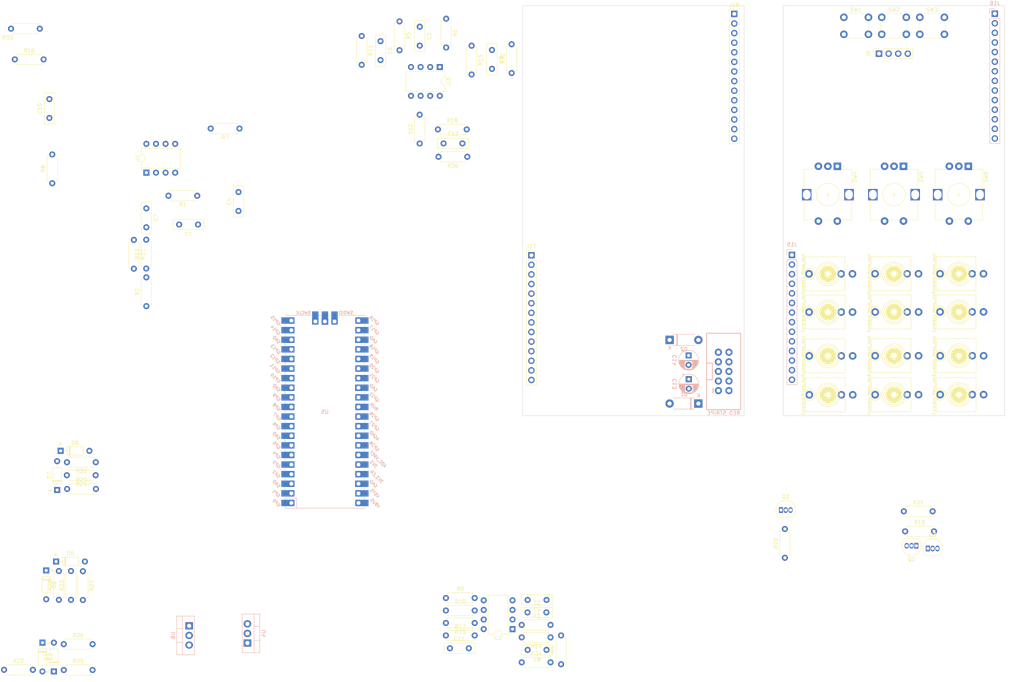
<source format=kicad_pcb>
(kicad_pcb (version 20211014) (generator pcbnew)
  (layers (0 "F.Cu" signal) (31 "B.Cu" signal) (34 "B.Paste" user) (35 "F.Paste" user) (36 "B.SilkS" user "B.Silkscreen") (37 "F.SilkS" user "F.Silkscreen") (38 "B.Mask" user) (39 "F.Mask" user) (44 "Edge.Cuts" user))
  (net 0 "")
  (net 1 "GND")
  (net 2 "Net-(C1-Pad2)")
  (net 3 "Net-(C2-Pad2)")
  (net 4 "Net-(C3-Pad2)")
  (net 5 "Net-(C4-Pad2)")
  (net 6 "Net-(C5-Pad2)")
  (net 7 "Net-(C6-Pad2)")
  (net 8 "Net-(C7-Pad1)")
  (net 9 "Net-(C7-Pad2)")
  (net 10 "Net-(C8-Pad1)")
  (net 11 "Net-(C8-Pad2)")
  (net 12 "Net-(C9-Pad1)")
  (net 13 "Net-(C9-Pad2)")
  (net 14 "Net-(C10-Pad1)")
  (net 15 "Net-(C10-Pad2)")
  (net 16 "Net-(C11-Pad1)")
  (net 17 "Net-(C11-Pad2)")
  (net 18 "Net-(C12-Pad1)")
  (net 19 "Net-(C12-Pad2)")
  (net 20 "Net-(C13-Pad2)")
  (net 21 "Net-(C14-Pad1)")
  (net 22 "-12V")
  (net 23 "+12V")
  (net 24 "BP_3V3")
  (net 25 "PICO_CV_IN_1")
  (net 26 "PICO_CV_IN_2")
  (net 27 "PICO_CV_IN_3")
  (net 28 "Net-(J2-PadS)")
  (net 29 "FP_CV_IN_JACK_1")
  (net 30 "Net-(J3-PadS)")
  (net 31 "FP_CV_IN_JACK_2")
  (net 32 "FP_GND")
  (net 33 "FP_CV_IN_JACK_3")
  (net 34 "FP_TRIG_IN_JACK_1")
  (net 35 "FP_TRIG_IN_JACK_2")
  (net 36 "FP_TRIG_IN_JACK_3")
  (net 37 "FP_3V3")
  (net 38 "FP_OLED_SCL")
  (net 39 "FP_OLED_SDA")
  (net 41 "FP_VOCT_OUT_1")
  (net 43 "FP_VOCT_OUT_2")
  (net 45 "FP_VOCT_OUT_3")
  (net 47 "FP_CV_OUT_1")
  (net 49 "FP_CV_OUT_2")
  (net 51 "FP_CV_OUT_3")
  (net 52 "FP_ENC_CCW_1")
  (net 53 "FP_ENC_CW_1")
  (net 54 "FP_ENC_BTN_3")
  (net 55 "FP_ENC_CCW_2")
  (net 56 "FP_ENC_CW_2")
  (net 57 "FP_ENC_BTN_2")
  (net 58 "FP_ENC_CCW_3")
  (net 59 "FP_ENC_CW_3")
  (net 60 "FP_ENC_BTN_1")
  (net 61 "FP_TOP_BTN_3")
  (net 62 "FP_TOP_BTN_2")
  (net 63 "FP_TOP_BTN_1")
  (net 64 "BP_TRIG_IN_JACK_3")
  (net 65 "BP_TRIG_IN_JACK_2")
  (net 66 "BP_TRIG_IN_JACK_1")
  (net 67 "BP_CV_IN_JACK_3")
  (net 68 "BP_CV_IN_JACK_2")
  (net 69 "BP_CV_IN_JACK_1")
  (net 70 "BP_VOCT_OUT_1")
  (net 71 "BP_VOCT_OUT_2")
  (net 72 "BP_VOCT_OUT_3")
  (net 73 "BP_CV_OUT_1")
  (net 74 "BP_CV_OUT_2")
  (net 75 "BP_CV_OUT_3")
  (net 76 "BP_OLED_SCL")
  (net 77 "BP_OLED_SDA")
  (net 78 "BP_ENC_CCW_1")
  (net 79 "BP_ENC_BTN_1")
  (net 80 "BP_ENC_BTN_3")
  (net 81 "BP_ENC_CCW_2")
  (net 82 "BP_ENC_BTN_2")
  (net 83 "BP_ENC_CCW_3")
  (net 84 "BP_GND")
  (net 85 "Net-(Q1-Pad2)")
  (net 86 "PICO_TRIG_IN_1")
  (net 87 "Net-(Q2-Pad2)")
  (net 88 "PICO_TRIG_IN_2")
  (net 89 "Net-(Q3-Pad2)")
  (net 90 "PICO_TRIG_IN_3")
  (net 91 "PICO_VOCT_OFFSET_1")
  (net 92 "PICO_VOCT_OUT_1")
  (net 93 "PICO_VOCT_OFFSET_3")
  (net 94 "PICO_VOCT_OUT_3")
  (net 95 "PICO_CV_OFFSET_2")
  (net 96 "PICO_CV_OUT_2")
  (net 97 "PICO_VOCT_OFFSET_2")
  (net 98 "PICO_VOCT_OUT_2")
  (net 99 "PICO_CV_OFFSET_1")
  (net 100 "PICO_CV_OUT_1")
  (net 101 "PICO_CV_OFFSET_3")
  (net 102 "PICO_CV_OUT_3")
  (net 103 "+5V")
  (footprint "Resistor_THT:R_Axial_DIN0207_L6.3mm_D2.5mm_P7.62mm_Horizontal" (layer "F.Cu") (at 223.5454 160.5534 90)
    (fp_text reference "R20" (at 3.81 -2.37 90) (layer "F.SilkS"))
    (fp_text value "100k")
    (pad "1" thru_hole circle locked (at 0 0 90) (size 1.6 1.6) (drill 0.8) (layers *.Cu *.Mask) (net 65 "BP_TRIG_IN_JACK_2"))
    (pad "2" thru_hole oval locked (at 7.62 0 90) (size 1.6 1.6) (drill 0.8) (layers *.Cu *.Mask) (net 87 "Net-(Q2-Pad2)"))
  )
  (footprint "winterbloom:WQP518MA" (layer "F.Cu") (at 234.999671 117.441266 90)
    (fp_text reference "J12" hide)
    (fp_text value "Eurorack_Mono_Jack" (at 0.01 -6.61 90) (layer "F.SilkS") (effects (font (size 0.7 0.7))))
    (pad "S" thru_hole circle locked (at 0 6.5 90) (size 2 2) (drill 1.1) (layers *.Cu *.Mask) (net 32 "FP_GND"))
    (pad "T" thru_hole circle locked (at 0 -5 90) (size 2 2) (drill 1.1) (layers *.Cu *.Mask) (net 47 "FP_CV_OUT_1"))
    (pad "TN" thru_hole circle locked (at 0 3.5 90) (size 2 2) (drill 1.1) (layers *.Cu *.Mask))
  )
  (footprint "Resistor_THT:R_Axial_DIN0207_L6.3mm_D2.5mm_P7.62mm_Horizontal" (layer "F.Cu") (at 151.257 32.3088 90)
    (fp_text reference "R32" (at 3.81 -2.37 90) (layer "F.SilkS"))
    (fp_text value "220")
    (pad "1" thru_hole circle locked (at 0 0 90) (size 1.6 1.6) (drill 0.8) (layers *.Cu *.Mask) (net 13 "Net-(C9-Pad2)"))
    (pad "2" thru_hole oval locked (at 7.62 0 90) (size 1.6 1.6) (drill 0.8) (layers *.Cu *.Mask) (net 74 "BP_CV_OUT_2"))
  )
  (footprint "Diode_THT:D_DO-35_SOD27_P7.62mm_Horizontal" (layer "F.Cu") (at 30.1498 190.627 90)
    (fp_text reference "D4" (at 3.81 -2.12 90) (layer "F.SilkS"))
    (fp_text value "D")
    (fp_text user "K" (at 0 -1.8 90) (layer "F.SilkS"))
    (pad "1" thru_hole rect locked (at 0 0 90) (size 1.6 1.6) (drill 0.8) (layers *.Cu *.Mask) (net 25 "PICO_CV_IN_1"))
    (pad "2" thru_hole oval locked (at 7.62 0 90) (size 1.6 1.6) (drill 0.8) (layers *.Cu *.Mask) (net 1 "GND"))
  )
  (footprint "winterbloom:WQP518MA" (layer "F.Cu") (at 252.398644 85.415997 90)
    (fp_text reference "J6" hide)
    (fp_text value "Eurorack_Mono_Jack" (at 0.01 -6.61 90) (layer "F.SilkS") (effects (font (size 0.7 0.7))))
    (pad "S" thru_hole circle locked (at 0 6.5 90) (size 2 2) (drill 1.1) (layers *.Cu *.Mask) (net 32 "FP_GND"))
    (pad "T" thru_hole circle locked (at 0 -5 90) (size 2 2) (drill 1.1) (layers *.Cu *.Mask) (net 35 "FP_TRIG_IN_JACK_2"))
    (pad "TN" thru_hole circle locked (at 0 3.5 90) (size 2 2) (drill 1.1) (layers *.Cu *.Mask) (net 32 "FP_GND"))
  )
  (footprint "Resistor_THT:R_Axial_DIN0207_L6.3mm_D2.5mm_P7.62mm_Horizontal" (layer "F.Cu") (at 54.5846 84.0232 90)
    (fp_text reference "R13" (at 3.81 -2.37 90) (layer "F.SilkS"))
    (fp_text value "1k")
    (pad "1" thru_hole circle locked (at 0 0 90) (size 1.6 1.6) (drill 0.8) (layers *.Cu *.Mask) (net 8 "Net-(C7-Pad1)"))
    (pad "2" thru_hole oval locked (at 7.62 0 90) (size 1.6 1.6) (drill 0.8) (layers *.Cu *.Mask) (net 9 "Net-(C7-Pad2)"))
  )
  (footprint "Resistor_THT:R_Axial_DIN0207_L6.3mm_D2.5mm_P7.62mm_Horizontal" (layer "F.Cu") (at 164.338 188.722 90)
    (fp_text reference "R4" (at 3.81 -2.37 90) (layer "F.SilkS"))
    (fp_text value "1k")
    (pad "1" thru_hole circle locked (at 0 0 90) (size 1.6 1.6) (drill 0.8) (layers *.Cu *.Mask) (net 94 "PICO_VOCT_OUT_3"))
    (pad "2" thru_hole oval locked (at 7.62 0 90) (size 1.6 1.6) (drill 0.8) (layers *.Cu *.Mask) (net 10 "Net-(C8-Pad1)"))
  )
  (footprint "Resistor_THT:R_Axial_DIN0207_L6.3mm_D2.5mm_P7.62mm_Horizontal" (layer "F.Cu") (at 131.7498 47.2186)
    (fp_text reference "R18" (at 3.81 -2.37) (layer "F.SilkS"))
    (fp_text value "7k5")
    (pad "1" thru_hole circle locked (at 0 0) (size 1.6 1.6) (drill 0.8) (layers *.Cu *.Mask) (net 18 "Net-(C12-Pad1)"))
    (pad "2" thru_hole oval locked (at 7.62 0) (size 1.6 1.6) (drill 0.8) (layers *.Cu *.Mask) (net 19 "Net-(C12-Pad2)"))
  )
  (footprint "Diode_THT:D_DO-35_SOD27_P7.62mm_Horizontal" (layer "F.Cu") (at 31.0134 142.621 90)
    (fp_text reference "D7" (at 3.81 -2.12 90) (layer "F.SilkS"))
    (fp_text value "D")
    (fp_text user "K" (at 0 -1.8 90) (layer "F.SilkS"))
    (pad "1" thru_hole rect locked (at 0 0 90) (size 1.6 1.6) (drill 0.8) (layers *.Cu *.Mask) (net 24 "BP_3V3"))
    (pad "2" thru_hole oval locked (at 7.62 0 90) (size 1.6 1.6) (drill 0.8) (layers *.Cu *.Mask) (net 27 "PICO_CV_IN_3"))
  )
  (footprint "Resistor_THT:R_Axial_DIN0207_L6.3mm_D2.5mm_P7.62mm_Horizontal" (layer "F.Cu") (at 68.072 64.77 180)
    (fp_text reference "R1" (at 3.81 -2.37) (layer "F.SilkS"))
    (fp_text value "1k")
    (pad "1" thru_hole circle locked (at 0 0 180) (size 1.6 1.6) (drill 0.8) (layers *.Cu *.Mask) (net 91 "PICO_VOCT_OFFSET_1"))
    (pad "2" thru_hole oval locked (at 7.62 0 180) (size 1.6 1.6) (drill 0.8) (layers *.Cu *.Mask) (net 2 "Net-(C1-Pad2)"))
  )
  (footprint "Resistor_THT:R_Axial_DIN0207_L6.3mm_D2.5mm_P7.62mm_Horizontal" (layer "F.Cu") (at 133.9342 17.9324 -90)
    (fp_text reference "R6" (at 3.81 -2.37 90) (layer "F.SilkS"))
    (fp_text value "4k7")
    (pad "1" thru_hole circle locked (at 0 0 270) (size 1.6 1.6) (drill 0.8) (layers *.Cu *.Mask) (net 96 "PICO_CV_OUT_2"))
    (pad "2" thru_hole oval locked (at 7.62 0 270) (size 1.6 1.6) (drill 0.8) (layers *.Cu *.Mask) (net 12 "Net-(C9-Pad1)"))
  )
  (footprint "Capacitor_THT:C_Disc_D8.0mm_W2.5mm_P5.00mm" (layer "F.Cu") (at 155.448 175.006)
    (fp_text reference "C2" (at 2.5 -2.5) (layer "F.SilkS"))
    (fp_text value "10nF")
    (pad "1" thru_hole circle locked (at 0 0) (size 1.6 1.6) (drill 0.8) (layers *.Cu *.Mask) (net 1 "GND"))
    (pad "2" thru_hole circle locked (at 5 0) (size 1.6 1.6) (drill 0.8) (layers *.Cu *.Mask) (net 3 "Net-(C2-Pad2)"))
  )
  (footprint "Resistor_THT:R_Axial_DIN0207_L6.3mm_D2.5mm_P7.62mm_Horizontal" (layer "F.Cu") (at 32.766 183.4134)
    (fp_text reference "R26" (at 3.81 -2.37) (layer "F.SilkS"))
    (fp_text value "100k")
    (pad "1" thru_hole circle locked (at 0 0) (size 1.6 1.6) (drill 0.8) (layers *.Cu *.Mask) (net 1 "GND"))
    (pad "2" thru_hole oval locked (at 7.62 0) (size 1.6 1.6) (drill 0.8) (layers *.Cu *.Mask) (net 25 "PICO_CV_IN_1"))
  )
  (footprint "winterbloom:WQP518MA" (layer "F.Cu") (at 252.416994 117.403259 90)
    (fp_text reference "J13" hide)
    (fp_text value "Eurorack_Mono_Jack" (at 0.01 -6.61 90) (layer "F.SilkS") (effects (font (size 0.7 0.7))))
    (pad "S" thru_hole circle locked (at 0 6.5 90) (size 2 2) (drill 1.1) (layers *.Cu *.Mask) (net 32 "FP_GND"))
    (pad "T" thru_hole circle locked (at 0 -5 90) (size 2 2) (drill 1.1) (layers *.Cu *.Mask) (net 49 "FP_CV_OUT_2"))
    (pad "TN" thru_hole circle locked (at 0 3.5 90) (size 2 2) (drill 1.1) (layers *.Cu *.Mask))
  )
  (footprint "Package_TO_SOT_THT:TO-92_Inline" (layer "F.Cu") (at 261.366 158.094)
    (fp_text reference "Q3" (at 1.27 -3.56) (layer "F.SilkS"))
    (fp_text value "2N3904")
    (pad "1" thru_hole rect locked (at 0 0) (size 1.05 1.5) (drill 0.75) (layers *.Cu *.Mask) (net 1 "GND"))
    (pad "2" thru_hole oval locked (at 1.27 0) (size 1.05 1.5) (drill 0.75) (layers *.Cu *.Mask) (net 89 "Net-(Q3-Pad2)"))
    (pad "3" thru_hole oval locked (at 2.54 0) (size 1.05 1.5) (drill 0.75) (layers *.Cu *.Mask) (net 90 "PICO_TRIG_IN_3"))
  )
  (footprint "winterbloom:WQP518MA" (layer "F.Cu") (at 269.588049 85.415997 90)
    (fp_text reference "J7" hide)
    (fp_text value "Eurorack_Mono_Jack" (at 0.01 -6.61 90) (layer "F.SilkS") (effects (font (size 0.7 0.7))))
    (pad "S" thru_hole circle locked (at 0 6.5 90) (size 2 2) (drill 1.1) (layers *.Cu *.Mask) (net 32 "FP_GND"))
    (pad "T" thru_hole circle locked (at 0 -5 90) (size 2 2) (drill 1.1) (layers *.Cu *.Mask) (net 36 "FP_TRIG_IN_JACK_3"))
    (pad "TN" thru_hole circle locked (at 0 3.5 90) (size 2 2) (drill 1.1) (layers *.Cu *.Mask) (net 32 "FP_GND"))
  )
  (footprint "winterbloom:WQP518MA" (layer "F.Cu") (at 234.974271 107.145754 90)
    (fp_text reference "J9" hide)
    (fp_text value "Eurorack_Mono_Jack" (at 0.01 -6.61 90) (layer "F.SilkS") (effects (font (size 0.7 0.7))))
    (pad "S" thru_hole circle locked (at 0 6.5 90) (size 2 2) (drill 1.1) (layers *.Cu *.Mask) (net 32 "FP_GND"))
    (pad "T" thru_hole circle locked (at 0 -5 90) (size 2 2) (drill 1.1) (layers *.Cu *.Mask) (net 41 "FP_VOCT_OUT_1"))
    (pad "TN" thru_hole circle locked (at 0 3.5 90) (size 2 2) (drill 1.1) (layers *.Cu *.Mask))
  )
  (footprint "Capacitor_THT:C_Disc_D8.0mm_W2.5mm_P5.00mm" (layer "F.Cu") (at 133.2376 50.927)
    (fp_text reference "C12" (at 2.5 -2.5) (layer "F.SilkS"))
    (fp_text value "10nF")
    (pad "1" thru_hole circle locked (at 0 0) (size 1.6 1.6) (drill 0.8) (layers *.Cu *.Mask) (net 18 "Net-(C12-Pad1)"))
    (pad "2" thru_hole circle locked (at 5 0) (size 1.6 1.6) (drill 0.8) (layers *.Cu *.Mask) (net 19 "Net-(C12-Pad2)"))
  )
  (footprint "Resistor_THT:R_Axial_DIN0207_L6.3mm_D2.5mm_P7.62mm_Horizontal" (layer "F.Cu") (at 153.924 178.308)
    (fp_text reference "R3" (at 3.81 -2.37) (layer "F.SilkS"))
    (fp_text value "1k")
    (pad "1" thru_hole circle locked (at 0 0) (size 1.6 1.6) (drill 0.8) (layers *.Cu *.Mask) (net 93 "PICO_VOCT_OFFSET_3"))
    (pad "2" thru_hole oval locked (at 7.62 0) (size 1.6 1.6) (drill 0.8) (layers *.Cu *.Mask) (net 3 "Net-(C2-Pad2)"))
  )
  (footprint "Resistor_THT:R_Axial_DIN0207_L6.3mm_D2.5mm_P7.62mm_Horizontal" (layer "F.Cu") (at 29.718 61.468 90)
    (fp_text reference "R8" (at 3.81 -2.37 90) (layer "F.SilkS"))
    (fp_text value "1k")
    (pad "1" thru_hole circle locked (at 0 0 90) (size 1.6 1.6) (drill 0.8) (layers *.Cu *.Mask) (net 98 "PICO_VOCT_OUT_2"))
    (pad "2" thru_hole oval locked (at 7.62 0 90) (size 1.6 1.6) (drill 0.8) (layers *.Cu *.Mask) (net 14 "Net-(C10-Pad1)"))
  )
  (footprint "winterbloom:WQP518MA" (layer "F.Cu") (at 234.923471 85.441397 90)
    (fp_text reference "J5" hide)
    (fp_text value "Eurorack_Mono_Jack" (at 0.01 -6.61 90) (layer "F.SilkS") (effects (font (size 0.7 0.7))))
    (pad "S" thru_hole circle locked (at 0 6.5 90) (size 2 2) (drill 1.1) (layers *.Cu *.Mask) (net 32 "FP_GND"))
    (pad "T" thru_hole circle locked (at 0 -5 90) (size 2 2) (drill 1.1) (layers *.Cu *.Mask) (net 34 "FP_TRIG_IN_JACK_1"))
    (pad "TN" thru_hole circle locked (at 0 3.5 90) (size 2 2) (drill 1.1) (layers *.Cu *.Mask) (net 32 "FP_GND"))
  )
  (footprint "Capacitor_THT:C_Disc_D8.0mm_W2.5mm_P5.00mm" (layer "F.Cu") (at 116.5606 23.876 -90)
    (fp_text reference "C6" (at 2.5 -2.5 90) (layer "F.SilkS"))
    (fp_text value "10nF")
    (pad "1" thru_hole circle locked (at 0 0 270) (size 1.6 1.6) (drill 0.8) (layers *.Cu *.Mask) (net 1 "GND"))
    (pad "2" thru_hole circle locked (at 5 0 270) (size 1.6 1.6) (drill 0.8) (layers *.Cu *.Mask) (net 7 "Net-(C6-Pad2)"))
  )
  (footprint "Button_Switch_THT:SW_PUSH_6mm" (layer "F.Cu") (at 249.174044 17.561083)
    (fp_text reference "SW2" (at 3.25 -2) (layer "F.SilkS"))
    (fp_text value "SW_Push")
    (pad "1" thru_hole circle locked (at 0 0 90) (size 2 2) (drill 1.1) (layers *.Cu *.Mask) (net 32 "FP_GND"))
    (pad "1" thru_hole circle locked (at 6.5 0 90) (size 2 2) (drill 1.1) (layers *.Cu *.Mask) (net 32 "FP_GND"))
    (pad "2" thru_hole circle locked (at 6.5 4.5 90) (size 2 2) (drill 1.1) (layers *.Cu *.Mask) (net 62 "FP_TOP_BTN_2"))
    (pad "2" thru_hole circle locked (at 0 4.5 90) (size 2 2) (drill 1.1) (layers *.Cu *.Mask) (net 62 "FP_TOP_BTN_2"))
  )
  (footprint "Resistor_THT:R_Axial_DIN0207_L6.3mm_D2.5mm_P7.62mm_Horizontal" (layer "F.Cu") (at 153.924 188.214)
    (fp_text reference "R34" (at 3.81 -2.37) (layer "F.SilkS"))
    (fp_text value "220")
    (pad "1" thru_hole circle locked (at 0 0) (size 1.6 1.6) (drill 0.8) (layers *.Cu *.Mask) (net 11 "Net-(C8-Pad2)"))
    (pad "2" thru_hole oval locked (at 7.62 0) (size 1.6 1.6) (drill 0.8) (layers *.Cu *.Mask) (net 72 "BP_VOCT_OUT_3"))
  )
  (footprint "Capacitor_THT:C_Disc_D8.0mm_W2.5mm_P5.00mm" (layer "F.Cu") (at 160.488 171.704 180)
    (fp_text reference "C5" (at 2.5 -2.5) (layer "F.SilkS"))
    (fp_text value "10nF")
    (pad "1" thru_hole circle locked (at 0 0 180) (size 1.6 1.6) (drill 0.8) (layers *.Cu *.Mask) (net 1 "GND"))
    (pad "2" thru_hole circle locked (at 5 0 180) (size 1.6 1.6) (drill 0.8) (layers *.Cu *.Mask) (net 6 "Net-(C5-Pad2)"))
  )
  (footprint "Capacitor_THT:C_Disc_D8.0mm_W2.5mm_P5.00mm" (layer "F.Cu") (at 68.286 72.39 180)
    (fp_text reference "C1" (at 2.5 -2.5) (layer "F.SilkS"))
    (fp_text value "10nF")
    (pad "1" thru_hole circle locked (at 0 0 180) (size 1.6 1.6) (drill 0.8) (layers *.Cu *.Mask) (net 1 "GND"))
    (pad "2" thru_hole circle locked (at 5 0 180) (size 1.6 1.6) (drill 0.8) (layers *.Cu *.Mask) (net 2 "Net-(C1-Pad2)"))
  )
  (footprint "Resistor_THT:R_Axial_DIN0207_L6.3mm_D2.5mm_P7.62mm_Horizontal" (layer "F.Cu") (at 41.2242 135.2804 180)
    (fp_text reference "R30" (at 3.81 -2.37) (layer "F.SilkS"))
    (fp_text value "100k")
    (pad "1" thru_hole circle locked (at 0 0 180) (size 1.6 1.6) (drill 0.8) (layers *.Cu *.Mask) (net 1 "GND"))
    (pad "2" thru_hole oval locked (at 7.62 0 180) (size 1.6 1.6) (drill 0.8) (layers *.Cu *.Mask) (net 27 "PICO_CV_IN_3"))
  )
  (footprint "Package_DIP:DIP-8_W7.62mm" (layer "F.Cu") (at 54.62 58.664 90)
    (fp_text reference "U1" (at 3.81 -2.33 90) (layer "F.SilkS"))
    (fp_text value "NE5532")
    (pad "1" thru_hole rect locked (at 0 0 90) (size 1.6 1.6) (drill 0.8) (layers *.Cu *.Mask) (net 9 "Net-(C7-Pad2)"))
    (pad "2" thru_hole oval locked (at 0 2.54 90) (size 1.6 1.6) (drill 0.8) (layers *.Cu *.Mask) (net 8 "Net-(C7-Pad1)"))
    (pad "3" thru_hole oval locked (at 0 5.08 90) (size 1.6 1.6) (drill 0.8) (layers *.Cu *.Mask) (net 2 "Net-(C1-Pad2)"))
    (pad "4" thru_hole oval locked (at 0 7.62 90) (size 1.6 1.6) (drill 0.8) (layers *.Cu *.Mask) (net 22 "-12V"))
    (pad "5" thru_hole oval locked (at 7.62 7.62 90) (size 1.6 1.6) (drill 0.8) (layers *.Cu *.Mask) (net 5 "Net-(C4-Pad2)"))
    (pad "6" thru_hole oval locked (at 7.62 5.08 90) (size 1.6 1.6) (drill 0.8) (layers *.Cu *.Mask) (net 14 "Net-(C10-Pad1)"))
    (pad "7" thru_hole oval locked (at 7.62 2.54 90) (size 1.6 1.6) (drill 0.8) (layers *.Cu *.Mask) (net 15 "Net-(C10-Pad2)"))
    (pad "8" thru_hole oval locked (at 7.62 0 90) (size 1.6 1.6) (drill 0.8) (layers *.Cu *.Mask) (net 23 "+12V"))
  )
  (footprint "Package_TO_SOT_THT:TO-92_Inline" (layer "F.Cu") (at 258.318 157.374 180)
    (fp_text reference "Q1" (at 1.27 -3.56) (layer "F.SilkS"))
    (fp_text value "2N3904")
    (pad "1" thru_hole rect locked (at 0 0 180) (size 1.05 1.5) (drill 0.75) (layers *.Cu *.Mask) (net 1 "GND"))
    (pad "2" thru_hole oval locked (at 1.27 0 180) (size 1.05 1.5) (drill 0.75) (layers *.Cu *.Mask) (net 85 "Net-(Q1-Pad2)"))
    (pad "3" thru_hole oval locked (at 2.54 0 180) (size 1.05 1.5) (drill 0.75) (layers *.Cu *.Mask) (net 86 "PICO_TRIG_IN_1"))
  )
  (footprint "Resistor_THT:R_Axial_DIN0207_L6.3mm_D2.5mm_P7.62mm_Horizontal" (layer "F.Cu") (at 141.478 177.8 180)
    (fp_text reference "R35" (at 3.81 -2.37) (layer "F.SilkS"))
    (fp_text value "220")
    (pad "1" thru_hole circle locked (at 0 0 180) (size 1.6 1.6) (drill 0.8) (layers *.Cu *.Mask) (net 17 "Net-(C11-Pad2)"))
    (pad "2" thru_hole oval locked (at 7.62 0 180) (size 1.6 1.6) (drill 0.8) (layers *.Cu *.Mask) (net 73 "BP_CV_OUT_1"))
  )
  (footprint "Connector_PinSocket_2.54mm:PinSocket_1x04_P2.54mm_Vertical" (layer "F.Cu") (at 248.446244 27.179733 90)
    (fp_text reference "J8" (at 0 -2.77 90) (layer "F.SilkS"))
    (fp_text value "SSD1306_OLED_CONN")
    (pad "1" thru_hole rect locked (at 0 0 90) (size 1.7 1.7) (drill 1) (layers *.Cu *.Mask) (net 32 "FP_GND"))
    (pad "2" thru_hole oval locked (at 0 2.54 90) (size 1.7 1.7) (drill 1) (layers *.Cu *.Mask) (net 37 "FP_3V3"))
    (pad "3" thru_hole oval locked (at 0 5.08 90) (size 1.7 1.7) (drill 1) (layers *.Cu *.Mask) (net 38 "FP_OLED_SCL"))
    (pad "4" thru_hole oval locked (at 0 7.62 90) (size 1.7 1.7) (drill 1) (layers *.Cu *.Mask) (net 39 "FP_OLED_SDA"))
  )
  (footprint "Resistor_THT:R_Axial_DIN0207_L6.3mm_D2.5mm_P7.62mm_Horizontal" (layer "F.Cu") (at 255.3716 153.5684)
    (fp_text reference "R19" (at 3.81 -2.37) (layer "F.SilkS"))
    (fp_text value "100k")
    (pad "1" thru_hole circle locked (at 0 0) (size 1.6 1.6) (drill 0.8) (layers *.Cu *.Mask) (net 66 "BP_TRIG_IN_JACK_1"))
    (pad "2" thru_hole oval locked (at 7.62 0) (size 1.6 1.6) (drill 0.8) (layers *.Cu *.Mask) (net 85 "Net-(Q1-Pad2)"))
  )
  (footprint "Capacitor_THT:C_Disc_D8.0mm_W2.5mm_P5.00mm" (layer "F.Cu") (at 28.956 44.196 90)
    (fp_text reference "C10" (at 2.5 -2.5 90) (layer "F.SilkS"))
    (fp_text value "10nF")
    (pad "1" thru_hole circle locked (at 0 0 90) (size 1.6 1.6) (drill 0.8) (layers *.Cu *.Mask) (net 14 "Net-(C10-Pad1)"))
    (pad "2" thru_hole circle locked (at 5 0 90) (size 1.6 1.6) (drill 0.8) (layers *.Cu *.Mask) (net 15 "Net-(C10-Pad2)"))
  )
  (footprint "Diode_THT:D_DO-35_SOD27_P7.62mm_Horizontal" (layer "F.Cu") (at 31.9278 132.2578)
    (fp_text reference "D8" (at 3.81 -2.12) (layer "F.SilkS"))
    (fp_text value "D")
    (fp_text user "K" (at 0 -1.8) (layer "F.SilkS"))
    (pad "1" thru_hole rect locked (at 0 0) (size 1.6 1.6) (drill 0.8) (layers *.Cu *.Mask) (net 27 "PICO_CV_IN_3"))
    (pad "2" thru_hole oval locked (at 7.62 0) (size 1.6 1.6) (drill 0.8) (layers *.Cu *.Mask) (net 1 "GND"))
  )
  (footprint "winterbloom:WQP518MA" (layer "F.Cu") (at 252.416994 107.107747 90)
    (fp_text reference "J10" hide)
    (fp_text value "Eurorack_Mono_Jack" (at 0.01 -6.61 90) (layer "F.SilkS") (effects (font (size 0.7 0.7))))
    (pad "S" thru_hole circle locked (at 0 6.5 90) (size 2 2) (drill 1.1) (layers *.Cu *.Mask) (net 32 "FP_GND"))
    (pad "T" thru_hole circle locked (at 0 -5 90) (size 2 2) (drill 1.1) (layers *.Cu *.Mask) (net 43 "FP_VOCT_OUT_2"))
    (pad "TN" thru_hole circle locked (at 0 3.5 90) (size 2 2) (drill 1.1) (layers *.Cu *.Mask))
  )
  (footprint "Diode_THT:D_DO-35_SOD27_P7.62mm_Horizontal" (layer "F.Cu") (at 27.1272 183.007 -90)
    (fp_text reference "D3" (at 3.81 -2.12 90) (layer "F.SilkS"))
    (fp_text value "D")
    (fp_text user "K" (at 0 -1.8 90) (layer "F.SilkS"))
    (pad "1" thru_hole rect locked (at 0 0 270) (size 1.6 1.6) (drill 0.8) (layers *.Cu *.Mask) (net 24 "BP_3V3"))
    (pad "2" thru_hole oval locked (at 7.62 0 270) (size 1.6 1.6) (drill 0.8) (layers *.Cu *.Mask) (net 25 "PICO_CV_IN_1"))
  )
  (footprint "Resistor_THT:R_Axial_DIN0207_L6.3mm_D2.5mm_P7.62mm_Horizontal" (layer "F.Cu") (at 41.1988 138.7094 180)
    (fp_text reference "R24" (at 3.81 -2.37) (layer "F.SilkS"))
    (fp_text value "100k")
    (pad "1" thru_hole circle locked (at 0 0 180) (size 1.6 1.6) (drill 0.8) (layers *.Cu *.Mask) (net 67 "BP_CV_IN_JACK_3"))
    (pad "2" thru_hole oval locked (at 7.62 0 180) (size 1.6 1.6) (drill 0.8) (layers *.Cu *.Mask) (net 27 "PICO_CV_IN_3"))
  )
  (footprint "Resistor_THT:R_Axial_DIN0207_L6.3mm_D2.5mm_P7.62mm_Horizontal" (layer "F.Cu") (at 133.858 171.196)
    (fp_text reference "R9" (at 3.81 -2.37) (layer "F.SilkS"))
    (fp_text value "1k")
    (pad "1" thru_hole circle locked (at 0 0) (size 1.6 1.6) (drill 0.8) (layers *.Cu *.Mask) (net 99 "PICO_CV_OFFSET_1"))
    (pad "2" thru_hole oval locked (at 7.62 0) (size 1.6 1.6) (drill 0.8) (layers *.Cu *.Mask) (net 6 "Net-(C5-Pad2)"))
  )
  (footprint "Resistor_THT:R_Axial_DIN0207_L6.3mm_D2.5mm_P7.62mm_Horizontal" (layer "F.Cu") (at 54.61 93.98 90)
    (fp_text reference "R2" (at 3.81 -2.37 90) (layer "F.SilkS"))
    (fp_text value "1k")
    (pad "1" thru_hole circle locked (at 0 0 90) (size 1.6 1.6) (drill 0.8) (layers *.Cu *.Mask) (net 92 "PICO_VOCT_OUT_1"))
    (pad "2" thru_hole oval locked (at 7.62 0 90) (size 1.6 1.6) (drill 0.8) (layers *.Cu *.Mask) (net 8 "Net-(C7-Pad1)"))
  )
  (footprint "Resistor_THT:R_Axial_DIN0207_L6.3mm_D2.5mm_P7.62mm_Horizontal" (layer "F.Cu") (at 32.766 190.246)
    (fp_text reference "R25" (at 3.81 -2.37) (layer "F.SilkS"))
    (fp_text value "100k")
    (pad "1" thru_hole circle locked (at 0 0) (size 1.6 1.6) (drill 0.8) (layers *.Cu *.Mask) (net 25 "PICO_CV_IN_1"))
    (pad "2" thru_hole oval locked (at 7.62 0) (size 1.6 1.6) (drill 0.8) (layers *.Cu *.Mask) (net 103 "+5V"))
  )
  (footprint "Resistor_THT:R_Axial_DIN0207_L6.3mm_D2.5mm_P7.62mm_Horizontal" (layer "F.Cu") (at 79.248 46.99 180)
    (fp_text reference "R7" (at 3.81 -2.37) (layer "F.SilkS"))
    (fp_text value "1k")
    (pad "1" thru_hole circle locked (at 0 0 180) (size 1.6 1.6) (drill 0.8) (layers *.Cu *.Mask) (net 97 "PICO_VOCT_OFFSET_2"))
    (pad "2" thru_hole oval locked (at 7.62 0 180) (size 1.6 1.6) (drill 0.8) (layers *.Cu *.Mask) (net 5 "Net-(C4-Pad2)"))
  )
  (footprint "winterbloom:WQP518MA" (layer "F.Cu") (at 234.948871 95.551002 90)
    (fp_text reference "J2" hide)
    (fp_text value "Eurorack_Mono_Jack" (at 0.01 -6.61 90) (layer "F.SilkS") (effects (font (size 0.7 0.7))))
    (pad "S" thru_hole circle locked (at 0 6.5 90) (size 2 2) (drill 1.1) (layers *.Cu *.Mask) (net 28 "Net-(J2-PadS)"))
    (pad "T" thru_hole circle locked (at 0 -5 90) (size 2 2) (drill 1.1) (layers *.Cu *.Mask) (net 29 "FP_CV_IN_JACK_1"))
    (pad "TN" thru_hole circle locked (at 0 3.5 90) (size 2 2) (drill 1.1) (layers *.Cu *.Mask) (net 28 "Net-(J2-PadS)"))
  )
  (footprint "Resistor_THT:R_Axial_DIN0207_L6.3mm_D2.5mm_P7.62mm_Horizontal" (layer "F.Cu") (at 121.5898 18.6436 -90)
    (fp_text reference "R5" (at 3.81 -2.37 90) (layer "F.SilkS"))
    (fp_text value "1k")
    (pad "1" thru_hole circle locked (at 0 0 270) (size 1.6 1.6) (drill 0.8) (layers *.Cu *.Mask) (net 95 "PICO_CV_OFFSET_2"))
    (pad "2" thru_hole oval locked (at 7.62 0 270) (size 1.6 1.6) (drill 0.8) (layers *.Cu *.Mask) (net 4 "Net-(C3-Pad2)"))
  )
  (footprint "Resistor_THT:R_Axial_DIN0207_L6.3mm_D2.5mm_P7.62mm_Horizontal" (layer "F.Cu") (at 16.9672 190.1952)
    (fp_text reference "R22" (at 3.81 -2.37) (layer "F.SilkS"))
    (fp_text value "100k")
    (pad "1" thru_hole circle locked (at 0 0) (size 1.6 1.6) (drill 0.8) (layers *.Cu *.Mask) (net 69 "BP_CV_IN_JACK_1"))
    (pad "2" thru_hole oval locked (at 7.62 0) (size 1.6 1.6) (drill 0.8) (layers *.Cu *.Mask) (net 25 "PICO_CV_IN_1"))
  )
  (footprint "Rotary_Encoder:RotaryEncoder_Alps_EC12E-Switch_Vertical_H20mm" (layer "F.Cu") (at 237.416071 56.975343 -90)
    (fp_text reference "SW4" (at 2.8 -4.7 90) (layer "F.SilkS"))
    (fp_text value "RotaryEncoder_Switch")
    (pad "A" thru_hole rect locked (at 0 0 270) (size 2 2) (drill 1) (layers *.Cu *.Mask) (net 52 "FP_ENC_CCW_1"))
    (pad "B" thru_hole circle locked (at 0 5 270) (size 2 2) (drill 1) (layers *.Cu *.Mask) (net 53 "FP_ENC_CW_1"))
    (pad "C" thru_hole circle locked (at 0 2.5 270) (size 2 2) (drill 1) (layers *.Cu *.Mask) (net 32 "FP_GND"))
    (pad "MP" thru_hole rect locked (at 7.5 8.1 270) (size 3 2.5) (drill oval 2.5 2) (layers *.Cu *.Mask))
    (pad "MP" thru_hole rect locked (at 7.5 -3.1 270) (size 3 2.5) (drill oval 2.5 2) (layers *.Cu *.Mask))
    (pad "S1" thru_hole circle locked (at 14.5 0 270) (size 2 2) (drill 1) (layers *.Cu *.Mask) (net 60 "FP_ENC_BTN_1"))
    (pad "S2" thru_hole circle locked (at 14.5 5 270) (size 2 2) (drill 1) (layers *.Cu *.Mask) (net 32 "FP_GND"))
  )
  (footprint "Resistor_THT:R_Axial_DIN0207_L6.3mm_D2.5mm_P7.62mm_Horizontal" (layer "F.Cu") (at 139.5222 54.4576 180)
    (fp_text reference "R36" (at 3.81 -2.37) (layer "F.SilkS"))
    (fp_text value "220")
    (pad "1" thru_hole circle locked (at 0 0 180) (size 1.6 1.6) (drill 0.8) (layers *.Cu *.Mask) (net 19 "Net-(C12-Pad2)"))
    (pad "2" thru_hole oval locked (at 7.62 0 180) (size 1.6 1.6) (drill 0.8) (layers *.Cu *.Mask) (net 75 "BP_CV_OUT_3"))
  )
  (footprint "Rotary_Encoder:RotaryEncoder_Alps_EC12E-Switch_Vertical_H20mm" (layer "F.Cu") (at 272.070049 56.975343 -90)
    (fp_text reference "SW6" (at 2.8 -4.7 90) (layer "F.SilkS"))
    (fp_text value "RotaryEncoder_Switch")
    (pad "A" thru_hole rect locked (at 0 0 270) (size 2 2) (drill 1) (layers *.Cu *.Mask) (net 58 "FP_ENC_CCW_3"))
    (pad "B" thru_hole circle locked (at 0 5 270) (size 2 2) (drill 1) (layers *.Cu *.Mask) (net 59 "FP_ENC_CW_3"))
    (pad "C" thru_hole circle locked (at 0 2.5 270) (size 2 2) (drill 1) (layers *.Cu *.Mask) (net 32 "FP_GND"))
    (pad "MP" thru_hole rect locked (at 7.5 8.1 270) (size 3 2.5) (drill oval 2.5 2) (layers *.Cu *.Mask))
    (pad "MP" thru_hole rect locked (at 7.5 -3.1 270) (size 3 2.5) (drill oval 2.5 2) (layers *.Cu *.Mask))
    (pad "S1" thru_hole circle locked (at 14.5 0 270) (size 2 2) (drill 1) (layers *.Cu *.Mask) (net 54 "FP_ENC_BTN_3"))
    (pad "S2" thru_hole circle locked (at 14.5 5 270) (size 2 2) (drill 1) (layers *.Cu *.Mask) (net 32 "FP_GND"))
  )
  (footprint "Resistor_THT:R_Axial_DIN0207_L6.3mm_D2.5mm_P7.62mm_Horizontal" (layer "F.Cu") (at 255.016 148.2598)
    (fp_text reference "R21" (at 3.81 -2.37) (layer "F.SilkS"))
    (fp_text value "100k")
    (pad "1" thru_hole circle locked (at 0 0) (size 1.6 1.6) (drill 0.8) (layers *.Cu *.Mask) (net 64 "BP_TRIG_IN_JACK_3"))
    (pad "2" thru_hole oval locked (at 7.62 0) (size 1.6 1.6) (drill 0.8) (layers *.Cu *.Mask) (net 89 "Net-(Q3-Pad2)"))
  )
  (footprint "Resistor_THT:R_Axial_DIN0207_L6.3mm_D2.5mm_P7.62mm_Horizontal" (layer "F.Cu") (at 133.858 174.498)
    (fp_text reference "R10" (at 3.81 -2.37) (layer "F.SilkS"))
    (fp_text value "4k7")
    (pad "1" thru_hole circle locked (at 0 0) (size 1.6 1.6) (drill 0.8) (layers *.Cu *.Mask) (net 100 "PICO_CV_OUT_1"))
    (pad "2" thru_hole oval locked (at 7.62 0) (size 1.6 1.6) (drill 0.8) (layers *.Cu *.Mask) (net 16 "Net-(C11-Pad1)"))
  )
  (footprint "Diode_THT:D_DO-35_SOD27_P7.62mm_Horizontal" (layer "F.Cu") (at 30.734 161.544)
    (fp_text reference "D5" (at 3.81 -2.12) (layer "F.SilkS"))
    (fp_text value "D")
    (fp_text user "K" (at 0 -1.8) (layer "F.SilkS"))
    (pad "1" thru_hole rect locked (at 0 0) (size 1.6 1.6) (drill 0.8) (layers *.Cu *.Mask) (net 24 "BP_3V3"))
    (pad "2" thru_hole oval locked (at 7.62 0) (size 1.6 1.6) (drill 0.8) (layers *.Cu *.Mask) (net 26 "PICO_CV_IN_2"))
  )
  (footprint "Resistor_THT:R_Axial_DIN0207_L6.3mm_D2.5mm_P7.62mm_Horizontal" (layer "F.Cu") (at 37.8206 164.1094 -90)
    (fp_text reference "R27" (at 3.81 -2.37 90) (layer "F.SilkS"))
    (fp_text value "100k")
    (pad "1" thru_hole circle locked (at 0 0 270) (size 1.6 1.6) (drill 0.8) (layers *.Cu *.Mask) (net 26 "PICO_CV_IN_2"))
    (pad "2" thru_hole oval locked (at 7.62 0 270) (size 1.6 1.6) (drill 0.8) (layers *.Cu *.Mask) (net 103 "+5V"))
  )
  (footprint "Capacitor_THT:C_Disc_D8.0mm_W2.5mm_P5.00mm" (layer "F.Cu") (at 160.488 184.912 180)
    (fp_text reference "C8" (at 2.5 -2.5) (layer "F.SilkS"))
    (fp_text value "10nF")
    (pad "1" thru_hole circle locked (at 0 0 180) (size 1.6 1.6) (drill 0.8) (layers *.Cu *.Mask) (net 10 "Net-(C8-Pad1)"))
    (pad "2" thru_hole circle locked (at 5 0 180) (size 1.6 1.6) (drill 0.8) (layers *.Cu *.Mask) (net 11 "Net-(C8-Pad2)"))
  )
  (footprint "Button_Switch_THT:SW_PUSH_6mm" (layer "F.Cu") (at 259.246108 17.561083)
    (fp_text reference "SW3" (at 3.25 -2) (layer "F.SilkS"))
    (fp_text value "SW_Push")
    (pad "1" thru_hole circle locked (at 6.5 0 90) (size 2 2) (drill 1.1) (layers *.Cu *.Mask) (net 32 "FP_GND"))
    (pad "1" thru_hole circle locked (at 0 0 90) (size 2 2) (drill 1.1) (layers *.Cu *.Mask) (net 32 "FP_GND"))
    (pad "2" thru_hole circle locked (at 0 4.5 90) (size 2 2) (drill 1.1) (layers *.Cu *.Mask) (net 63 "FP_TOP_BTN_1"))
    (pad "2" thru_hole circle locked (at 6.5 4.5 90) (size 2 2) (drill 1.1) (layers *.Cu *.Mask) (net 63 "FP_TOP_BTN_1"))
  )
  (footprint "Rotary_Encoder:RotaryEncoder_Alps_EC12E-Switch_Vertical_H20mm" (layer "F.Cu") (at 254.924044 56.975343 -90)
    (fp_text reference "SW5" (at 2.8 -4.7 90) (layer "F.SilkS"))
    (fp_text value "RotaryEncoder_Switch")
    (pad "A" thru_hole rect locked (at 0 0 270) (size 2 2) (drill 1) (layers *.Cu *.Mask) (net 55 "FP_ENC_CCW_2"))
    (pad "B" thru_hole circle locked (at 0 5 270) (size 2 2) (drill 1) (layers *.Cu *.Mask) (net 56 "FP_ENC_CW_2"))
    (pad "C" thru_hole circle locked (at 0 2.5 270) (size 2 2) (drill 1) (layers *.Cu *.Mask) (net 32 "FP_GND"))
    (pad "MP" thru_hole rect locked (at 7.5 8.1 270) (size 3 2.5) (drill oval 2.5 2) (layers *.Cu *.Mask))
    (pad "MP" thru_hole rect locked (at 7.5 -3.1 270) (size 3 2.5) (drill oval 2.5 2) (layers *.Cu *.Mask))
    (pad "S1" thru_hole circle locked (at 14.5 0 270) (size 2 2) (drill 1) (layers *.Cu *.Mask) (net 57 "FP_ENC_BTN_2"))
    (pad "S2" thru_hole circle locked (at 14.5 5 270) (size 2 2) (drill 1) (layers *.Cu *.Mask) (net 32 "FP_GND"))
  )
  (footprint "Package_DIP:DIP-8_W7.62mm" (layer "F.Cu") (at 151.4902 179.4288 180)
    (fp_text reference "U2" (at 3.81 -2.33) (layer "F.SilkS"))
    (fp_text value "NE5532")
    (pad "1" thru_hole rect locked (at 0 0 180) (size 1.6 1.6) (drill 0.8) (layers *.Cu *.Mask) (net 11 "Net-(C8-Pad2)"))
    (pad "2" thru_hole oval locked (at 0 2.54 180) (size 1.6 1.6) (drill 0.8) (layers *.Cu *.Mask) (net 10 "Net-(C8-Pad1)"))
    (pad "3" thru_hole oval locked (at 0 5.08 180) (size 1.6 1.6) (drill 0.8) (layers *.Cu *.Mask) (net 3 "Net-(C2-Pad2)"))
    (pad "4" thru_hole oval locked (at 0 7.62 180) (size 1.6 1.6) (drill 0.8) (layers *.Cu *.Mask) (net 22 "-12V"))
    (pad "5" thru_hole oval locked (at 7.62 7.62 180) (size 1.6 1.6) (drill 0.8) (layers *.Cu *.Mask) (net 6 "Net-(C5-Pad2)"))
    (pad "6" thru_hole oval locked (at 7.62 5.08 180) (size 1.6 1.6) (drill 0.8) (layers *.Cu *.Mask) (net 16 "Net-(C11-Pad1)"))
    (pad "7" thru_hole oval locked (at 7.62 2.54 180) (size 1.6 1.6) (drill 0.8) (layers *.Cu *.Mask) (net 17 "Net-(C11-Pad2)"))
    (pad "8" thru_hole oval locked (at 7.62 0 180) (size 1.6 1.6) (drill 0.8) (layers *.Cu *.Mask) (net 23 "+12V"))
  )
  (footprint "Resistor_THT:R_Axial_DIN0207_L6.3mm_D2.5mm_P7.62mm_Horizontal" (layer "F.Cu") (at 161.544 181.61 180)
    (fp_text reference "R14" (at 3.81 -2.37) (layer "F.SilkS"))
    (fp_text value "1k")
    (pad "1" thru_hole circle locked (at 0 0 180) (size 1.6 1.6) (drill 0.8) (layers *.Cu *.Mask) (net 10 "Net-(C8-Pad1)"))
    (pad "2" thru_hole oval locked (at 7.62 0 180) (size 1.6 1.6) (drill 0.8) (layers *.Cu *.Mask) (net 11 "Net-(C8-Pad2)"))
  )
  (footprint "winterbloom:WQP518MA" (layer "F.Cu") (at 269.600299 95.500202 90)
    (fp_text reference "J4" hide)
    (fp_text value "Eurorack_Mono_Jack" (at 0.01 -6.61 90) (layer "F.SilkS") (effects (font (size 0.7 0.7))))
    (pad "S" thru_hole circle locked (at 0 6.5 90) (size 2 2) (drill 1.1) (layers *.Cu *.Mask) (net 32 "FP_GND"))
    (pad "T" thru_hole circle locked (at 0 -5 90) (size 2 2) (drill 1.1) (layers *.Cu *.Mask) (net 33 "FP_CV_IN_JACK_3"))
    (pad "TN" thru_hole circle locked (at 0 3.5 90) (size 2 2) (drill 1.1) (layers *.Cu *.Mask) (net 32 "FP_GND"))
  )
  (footprint "Package_DIP:DIP-8_W7.62mm" (layer "F.Cu") (at 132.2478 30.7186 -90)
    (fp_text reference "U3" (at 3.81 -2.33 90) (layer "F.SilkS"))
    (fp_text value "NE5532")
    (pad "1" thru_hole rect locked (at 0 0 270) (size 1.6 1.6) (drill 0.8) (layers *.Cu *.Mask) (net 13 "Net-(C9-Pad2)"))
    (pad "2" thru_hole oval locked (at 0 2.54 270) (size 1.6 1.6) (drill 0.8) (layers *.Cu *.Mask) (net 12 "Net-(C9-Pad1)"))
    (pad "3" thru_hole oval locked (at 0 5.08 270) (size 1.6 1.6) (drill 0.8) (layers *.Cu *.Mask) (net 4 "Net-(C3-Pad2)"))
    (pad "4" thru_hole oval locked (at 0 7.62 270) (size 1.6 1.6) (drill 0.8) (layers *.Cu *.Mask) (net 22 "-12V"))
    (pad "5" thru_hole oval locked (at 7.62 7.62 270) (size 1.6 1.6) (drill 0.8) (layers *.Cu *.Mask) (net 7 "Net-(C6-Pad2)"))
    (pad "6" thru_hole oval locked (at 7.62 5.08 270) (size 1.6 1.6) (drill 0.8) (layers *.Cu *.Mask) (net 18 "Net-(C12-Pad1)"))
    (pad "7" thru_hole oval locked (at 7.62 2.54 270) (size 1.6 1.6) (drill 0.8) (layers *.Cu *.Mask) (net 19 "Net-(C12-Pad2)"))
    (pad "8" thru_hole oval locked (at 7.62 0 270) (size 1.6 1.6) (drill 0.8) (layers *.Cu *.Mask) (net 23 "+12V"))
  )
  (footprint "Resistor_THT:R_Axial_DIN0207_L6.3mm_D2.5mm_P7.62mm_Horizontal" (layer "F.Cu") (at 19.812 28.702)
    (fp_text reference "R16" (at 3.81 -2.37) (layer "F.SilkS"))
    (fp_text value "1k")
    (pad "1" thru_hole circle locked (at 0 0) (size 1.6 1.6) (drill 0.8) (layers *.Cu *.Mask) (net 14 "Net-(C10-Pad1)"))
    (pad "2" thru_hole oval locked (at 7.62 0) (size 1.6 1.6) (drill 0.8) (layers *.Cu *.Mask) (net 15 "Net-(C10-Pad2)"))
  )
  (footprint "Capacitor_THT:C_Disc_D8.0mm_W2.5mm_P5.00mm" (layer "F.Cu") (at 134.9262 184.4948)
    (fp_text reference "C11" (at 2.5 -2.5) (layer "F.SilkS"))
    (fp_text value "10nF")
    (pad "1" thru_hole circle locked (at 0 0) (size 1.6 1.6) (drill 0.8) (layers *.Cu *.Mask) (net 16 "Net-(C11-Pad1)"))
    (pad "2" thru_hole circle locked (at 5 0) (size 1.6 1.6) (drill 0.8) (layers *.Cu *.Mask) (net 17 "Net-(C11-Pad2)"))
  )
  (footprint "Button_Switch_THT:SW_PUSH_6mm" (layer "F.Cu") (at 239.151817 17.561083)
    (fp_text reference "SW1" (at 3.25 -2) (layer "F.SilkS"))
    (fp_text value "SW_Push")
    (pad "1" thru_hole circle locked (at 0 0 90) (size 2 2) (drill 1.1) (layers *.Cu *.Mask) (net 32 "FP_GND"))
    (pad "1" thru_hole circle locked (at 6.5 0 90) (size 2 2) (drill 1.1) (layers *.Cu *.Mask) (net 32 "FP_GND"))
    (pad "2" thru_hole circle locked (at 6.5 4.5 90) (size 2 2) (drill 1.1) (layers *.Cu *.Mask) (net 61 "FP_TOP_BTN_3"))
    (pad "2" thru_hole circle locked (at 0 4.5 90) (size 2 2) (drill 1.1) (layers *.Cu *.Mask) (net 61 "FP_TOP_BTN_3"))
  )
  (footprint "Resistor_THT:R_Axial_DIN0207_L6.3mm_D2.5mm_P7.62mm_Horizontal" (layer "F.Cu") (at 33.655 142.3416)
    (fp_text reference "R29" (at 3.81 -2.37) (layer "F.SilkS"))
    (fp_text value "100k")
    (pad "1" thru_hole circle locked (at 0 0) (size 1.6 1.6) (drill 0.8) (layers *.Cu *.Mask) (net 27 "PICO_CV_IN_3"))
    (pad "2" thru_hole oval locked (at 7.62 0) (size 1.6 1.6) (drill 0.8) (layers *.Cu *.Mask) (net 103 "+5V"))
  )
  (footprint "Capacitor_THT:C_Disc_D8.0mm_W2.5mm_P5.00mm" (layer "F.Cu") (at 54.61 68.112 -90)
    (fp_text reference "C7" (at 2.5 -2.5 90) (layer "F.SilkS"))
    (fp_text value "10nF")
    (pad "1" thru_hole circle locked (at 0 0 270) (size 1.6 1.6) (drill 0.8) (layers *.Cu *.Mask) (net 8 "Net-(C7-Pad1)"))
    (pad "2" thru_hole circle locked (at 5 0 270) (size 1.6 1.6) (drill 0.8) (layers *.Cu *.Mask) (net 9 "Net-(C7-Pad2)"))
  )
  (footprint "winterbloom:WQP518MA" (layer "F.Cu") (at 269.630899 107.107747 90)
    (fp_text reference "J11" hide)
    (fp_text value "Eurorack_Mono_Jack" (at 0.01 -6.61 90) (layer "F.SilkS") (effects (font (size 0.7 0.7))))
    (pad "S" thru_hole circle locked (at 0 6.5 90) (size 2 2) (drill 1.1) (layers *.Cu *.Mask) (net 32 "FP_GND"))
    (pad "T" thru_hole circle locked (at 0 -5 90) (size 2 2) (drill 1.1) (layers *.Cu *.Mask) (net 45 "FP_VOCT_OUT_3"))
    (pad "TN" thru_hole circle locked (at 0 3.5 90) (size 2 2) (drill 1.1) (layers *.Cu *.Mask))
  )
  (footprint "Capacitor_THT:C_Disc_D8.0mm_W2.5mm_P5.00mm" (layer "F.Cu") (at 78.994 68.794 90)
    (fp_text reference "C4" (at 2.5 -2.5 90) (layer "F.SilkS"))
    (fp_text value "10nF")
    (pad "1" thru_hole circle locked (at 0 0 90) (size 1.6 1.6) (drill 0.8) (layers *.Cu *.Mask) (net 1 "GND"))
    (pad "2" thru_hole circle locked (at 5 0 90) (size 1.6 1.6) (drill 0.8) (layers *.Cu *.Mask) (net 5 "Net-(C4-Pad2)"))
  )
  (footprint "Resistor_THT:R_Axial_DIN0207_L6.3mm_D2.5mm_P7.62mm_Horizontal" (layer "F.Cu") (at 31.4706 171.6786 90)
    (fp_text reference "R28" (at 3.81 -2.37 90) (layer "F.SilkS"))
    (fp_text value "100k")
    (pad "1" thru_hole circle locked (at 0 0 90) (size 1.6 1.6) (drill 0.8) (layers *.Cu *.Mask) (net 1 "GND"))
    (pad "2" thru_hole oval locked (at 7.62 0 90) (size 1.6 1.6) (drill 0.8) (layers *.Cu *.Mask) (net 26 "PICO_CV_IN_2"))
  )
  (footprint "Resistor_THT:R_Axial_DIN0207_L6.3mm_D2.5mm_P7.62mm_Horizontal" (layer "F.Cu") (at 26.416 20.574 180)
    (fp_text reference "R33" (at 8.543405 -2.37) (layer "F.SilkS"))
    (fp_text value "220")
    (pad "1" thru_hole circle locked (at 0 0 180) (size 1.6 1.6) (drill 0.8) (layers *.Cu *.Mask) (net 15 "Net-(C10-Pad2)"))
    (pad "2" thru_hole oval locked (at 7.62 0 180) (size 1.6 1.6) (drill 0.8) (layers *.Cu *.Mask) (net 71 "BP_VOCT_OUT_2"))
  )
  (footprint "Resistor_THT:R_Axial_DIN0207_L6.3mm_D2.5mm_P7.62mm_Horizontal" (layer "F.Cu") (at 51.308 76.454 -90)
    (fp_text reference "R31" (at 3.81 -2.37 90) (layer "F.SilkS"))
    (fp_text value "220")
    (pad "1" thru_hole circle locked (at 0 0 270) (size 1.6 1.6) (drill 0.8) (layers *.Cu *.Mask) (net 9 "Net-(C7-Pad2)"))
    (pad "2" thru_hole oval locked (at 7.62 0 270) (size 1.6 1.6) (drill 0.8) (layers *.Cu *.Mask) (net 70 "BP_VOCT_OUT_1"))
  )
  (footprint "winterbloom:WQP518MA" (layer "F.Cu") (at 252.416994 95.525602 90)
    (fp_text reference "J3" hide)
    (fp_text value "Eurorack_Mono_Jack" (at 0.01 -6.61 90) (layer "F.SilkS") (effects (font (size 0.7 0.7))))
    (pad "S" thru_hole circle locked (at 0 6.5 90) (size 2 2) (drill 1.1) (layers *.Cu *.Mask) (net 30 "Net-(J3-PadS)"))
    (pad "T" thru_hole circle locked (at 0 -5 90) (size 2 2) (drill 1.1) (layers *.Cu *.Mask) (net 31 "FP_CV_IN_JACK_2"))
    (pad "TN" thru_hole circle locked (at 0 3.5 90) (size 2 2) (drill 1.1) (layers *.Cu *.Mask) (net 30 "Net-(J3-PadS)"))
  )
  (footprint "Resistor_THT:R_Axial_DIN0207_L6.3mm_D2.5mm_P7.62mm_Horizontal" (layer "F.Cu") (at 111.5822 22.5044 -90)
    (fp_text reference "R11" (at 3.81 -2.37 90) (layer "F.SilkS"))
    (fp_text value "1k")
    (pad "1" thru_hole circle locked (at 0 0 270) (size 1.6 1.6) (drill 0.8) (layers *.Cu *.Mask) (net 101 "PICO_CV_OFFSET_3"))
    (pad "2" thru_hole oval locked (at 7.62 0 270) (size 1.6 1.6) (drill 0.8) (layers *.Cu *.Mask) (net 7 "Net-(C6-Pad2)"))
  )
  (footprint "Capacitor_THT:C_Disc_D8.0mm_W2.5mm_P5.00mm" (layer "F.Cu") (at 146.05 26.202 -90)
    (fp_text reference "C9" (at 2.5 -2.5 90) (layer "F.SilkS"))
    (fp_text value "10nF")
    (pad "1" thru_hole circle locked (at 0 0 270) (size 1.6 1.6) (drill 0.8) (layers *.Cu *.Mask) (net 12 "Net-(C9-Pad1)"))
    (pad "2" thru_hole circle locked (at 5 0 270) (size 1.6 1.6) (drill 0.8) (layers *.Cu *.Mask) (net 13 "Net-(C9-Pad2)"))
  )
  (footprint "winterbloom:WQP518MA" (layer "F.Cu") (at 269.624799 117.383059 90)
    (fp_text reference "J14" hide)
    (fp_text value "Eurorack_Mono_Jack" (at 0.01 -6.61 90) (layer "F.SilkS") (effects (font (size 0.7 0.7))))
    (pad "S" thru_hole circle locked (at 0 6.5 90) (size 2 2) (drill 1.1) (layers *.Cu *.Mask) (net 32 "FP_GND"))
    (pad "T" thru_hole circle locked (at 0 -5 90) (size 2 2) (drill 1.1) (layers *.Cu *.Mask) (net 51 "FP_CV_OUT_3"))
    (pad "TN" thru_hole circle locked (at 0 3.5 90) (size 2 2) (drill 1.1) (layers *.Cu *.Mask))
  )
  (footprint "Connector_PinHeader_2.54mm:PinHeader_1x14_P2.54mm_Vertical" (layer "F.Cu") (at 156.493091 80.5026)
    (fp_text reference "J17" (at 0 -2.33) (layer "F.SilkS"))
    (fp_text value "Conn_01x14_Male")
    (pad "1" thru_hole rect locked (at 0 0) (size 1.7 1.7) (drill 1) (layers *.Cu *.Mask) (net 64 "BP_TRIG_IN_JACK_3"))
    (pad "2" thru_hole oval locked (at 0 2.54) (size 1.7 1.7) (drill 1) (layers *.Cu *.Mask) (net 65 "BP_TRIG_IN_JACK_2"))
    (pad "3" thru_hole oval locked (at 0 5.08) (size 1.7 1.7) (drill 1) (layers *.Cu *.Mask) (net 66 "BP_TRIG_IN_JACK_1"))
    (pad "4" thru_hole oval locked (at 0 7.62) (size 1.7 1.7) (drill 1) (layers *.Cu *.Mask) (net 67 "BP_CV_IN_JACK_3"))
    (pad "5" thru_hole oval locked (at 0 10.16) (size 1.7 1.7) (drill 1) (layers *.Cu *.Mask) (net 68 "BP_CV_IN_JACK_2"))
    (pad "6" thru_hole oval locked (at 0 12.7) (size 1.7 1.7) (drill 1) (layers *.Cu *.Mask) (net 69 "BP_CV_IN_JACK_1"))
    (pad "7" thru_hole oval locked (at 0 15.24) (size 1.7 1.7) (drill 1) (layers *.Cu *.Mask) (net 70 "BP_VOCT_OUT_1"))
    (pad "8" thru_hole oval locked (at 0 17.78) (size 1.7 1.7) (drill 1) (layers *.Cu *.Mask) (net 71 "BP_VOCT_OUT_2"))
    (pad "9" thru_hole oval locked (at 0 20.32) (size 1.7 1.7) (drill 1) (layers *.Cu *.Mask) (net 72 "BP_VOCT_OUT_3"))
    (pad "10" thru_hole oval locked (at 0 22.86) (size 1.7 1.7) (drill 1) (layers *.Cu *.Mask) (net 73 "BP_CV_OUT_1"))
    (pad "11" thru_hole oval locked (at 0 25.4) (size 1.7 1.7) (drill 1) (layers *.Cu *.Mask) (net 74 "BP_CV_OUT_2"))
    (pad "12" thru_hole oval locked (at 0 27.94) (size 1.7 1.7) (drill 1) (layers *.Cu *.Mask) (net 75 "BP_CV_OUT_3"))
    (pad "13" thru_hole oval locked (at 0 30.48) (size 1.7 1.7) (drill 1) (layers *.Cu *.Mask) (net 84 "BP_GND"))
    (pad "14" thru_hole oval locked (at 0 33.02) (size 1.7 1.7) (drill 1) (layers *.Cu *.Mask) (net 24 "BP_3V3"))
  )
  (footprint "Resistor_THT:R_Axial_DIN0207_L6.3mm_D2.5mm_P7.62mm_Horizontal" (layer "F.Cu") (at 126.9238 50.9524 90)
    (fp_text reference "R12" (at 3.81 -2.37 90) (layer "F.SilkS"))
    (fp_text value "4k7")
    (pad "1" thru_hole circle locked (at 0 0 90) (size 1.6 1.6) (drill 0.8) (layers *.Cu *.Mask) (net 102 "PICO_CV_OUT_3"))
    (pad "2" thru_hole oval locked (at 7.62 0 90) (size 1.6 1.6) (drill 0.8) (layers *.Cu *.Mask) (net 18 "Net-(C12-Pad1)"))
  )
  (footprint "Capacitor_THT:C_Disc_D8.0mm_W2.5mm_P5.00mm" (layer "F.Cu") (at 126.9492 20.0552 -90)
    (fp_text reference "C3" (at 2.5 -2.5 90) (layer "F.SilkS"))
    (fp_text value "10nF")
    (pad "1" thru_hole circle locked (at 0 0 270) (size 1.6 1.6) (drill 0.8) (layers *.Cu *.Mask) (net 1 "GND"))
    (pad "2" thru_hole circle locked (at 5 0 270) (size 1.6 1.6) (drill 0.8) (layers *.Cu *.Mask) (net 4 "Net-(C3-Pad2)"))
  )
  (footprint "Package_TO_SOT_THT:TO-92_Inline" (layer "F.Cu") (at 222.504 147.934)
    (fp_text reference "Q2" (at 1.27 -3.56) (layer "F.SilkS"))
    (fp_text value "2N3904")
    (pad "1" thru_hole rect locked (at 0 0) (size 1.05 1.5) (drill 0.75) (layers *.Cu *.Mask) (net 1 "GND"))
    (pad "2" thru_hole oval locked (at 1.27 0) (size 1.05 1.5) (drill 0.75) (layers *.Cu *.Mask) (net 87 "Net-(Q2-Pad2)"))
    (pad "3" thru_hole oval locked (at 2.54 0) (size 1.05 1.5) (drill 0.75) (layers *.Cu *.Mask) (net 88 "PICO_TRIG_IN_2"))
  )
  (footprint "Resistor_THT:R_Axial_DIN0207_L6.3mm_D2.5mm_P7.62mm_Horizontal" (layer "F.Cu") (at 140.6652 25.0698 -90)
    (fp_text reference "R15" (at 3.81 -2.37 90) (layer "F.SilkS"))
    (fp_text value "7k5")
    (pad "1" thru_hole circle locked (at 0 0 270) (size 1.6 1.6) (drill 0.8) (layers *.Cu *.Mask) (net 12 "Net-(C9-Pad1)"))
    (pad "2" thru_hole oval locked (at 7.62 0 270) (size 1.6 1.6) (drill 0.8) (layers *.Cu *.Mask) (net 13 "Net-(C9-Pad2)"))
  )
  (footprint "Resistor_THT:R_Axial_DIN0207_L6.3mm_D2.5mm_P7.62mm_Horizontal" (layer "F.Cu") (at 34.671 171.6786 90)
    (fp_text reference "R23" (at 3.81 -2.37 90) (layer "F.SilkS"))
    (fp_text value "100k")
    (pad "1" thru_hole circle locked (at 0 0 90) (size 1.6 1.6) (drill 0.8) (layers *.Cu *.Mask) (net 68 "BP_CV_IN_JACK_2"))
    (pad "2" thru_hole oval locked (at 7.62 0 90) (size 1.6 1.6) (drill 0.8) (layers *.Cu *.Mask) (net 26 "PICO_CV_IN_2"))
  )
  (footprint "Diode_THT:D_DO-35_SOD27_P7.62mm_Horizontal" (layer "F.Cu") (at 28.1178 163.9062 -90)
    (fp_text reference "D6" (at 3.81 -2.12 90) (layer "F.SilkS"))
    (fp_text value "D")
    (fp_text user "K" (at 0 -1.8 90) (layer "F.SilkS"))
    (pad "1" thru_hole rect locked (at 0 0 270) (size 1.6 1.6) (drill 0.8) (layers *.Cu *.Mask) (net 26 "PICO_CV_IN_2"))
    (pad "2" thru_hole oval locked (at 7.62 0 270) (size 1.6 1.6) (drill 0.8) (layers *.Cu *.Mask) (net 1 "GND"))
  )
  (footprint "Resistor_THT:R_Axial_DIN0207_L6.3mm_D2.5mm_P7.62mm_Horizontal" (layer "F.Cu") (at 133.858 181.102)
    (fp_text reference "R17" (at 3.81 -2.37) (layer "F.SilkS"))
    (fp_text value "7k5")
    (pad "1" thru_hole circle locked (at 0 0) (size 1.6 1.6) (drill 0.8) (layers *.Cu *.Mask) (net 16 "Net-(C11-Pad1)"))
    (pad "2" thru_hole oval locked (at 7.62 0) (size 1.6 1.6) (drill 0.8) (layers *.Cu *.Mask) (net 17 "Net-(C11-Pad2)"))
  )
  (footprint "Connector_PinHeader_2.54mm:PinHeader_1x14_P2.54mm_Vertical" (layer "F.Cu") (at 210.161634 16.663477)
    (fp_text reference "J18" (at 0 -2.33) (layer "F.SilkS"))
    (fp_text value "Conn_01x14_Male")
    (pad "1" thru_hole rect locked (at 0 0) (size 1.7 1.7) (drill 1) (layers *.Cu *.Mask) (net 83 "BP_ENC_CCW_3"))
    (pad "2" thru_hole oval locked (at 0 2.54) (size 1.7 1.7) (drill 1) (layers *.Cu *.Mask) (net 81 "BP_ENC_CCW_2"))
    (pad "3" thru_hole oval locked (at 0 5.08) (size 1.7 1.7) (drill 1) (layers *.Cu *.Mask) (net 78 "BP_ENC_CCW_1"))
    (pad "4" thru_hole oval locked (at 0 7.62) (size 1.7 1.7) (drill 1) (layers *.Cu *.Mask) (net 77 "BP_OLED_SDA"))
    (pad "5" thru_hole oval locked (at 0 10.16) (size 1.7 1.7) (drill 1) (layers *.Cu *.Mask) (net 76 "BP_OLED_SCL"))
    (pad "6" thru_hole oval locked (at 0 12.7) (size 1.7 1.7) (drill 1) (layers *.Cu *.Mask) (net 79 "BP_ENC_BTN_1"))
    (pad "7" thru_hole oval locked (at 0 15.24) (size 1.7 1.7) (drill 1) (layers *.Cu *.Mask) (net 78 "BP_ENC_CCW_1"))
    (pad "8" thru_hole oval locked (at 0 17.78) (size 1.7 1.7) (drill 1) (layers *.Cu *.Mask) (net 79 "BP_ENC_BTN_1"))
    (pad "9" thru_hole oval locked (at 0 20.32) (size 1.7 1.7) (drill 1) (layers *.Cu *.Mask) (net 82 "BP_ENC_BTN_2"))
    (pad "10" thru_hole oval locked (at 0 22.86) (size 1.7 1.7) (drill 1) (layers *.Cu *.Mask) (net 81 "BP_ENC_CCW_2"))
    (pad "11" thru_hole oval locked (at 0 25.4) (size 1.7 1.7) (drill 1) (layers *.Cu *.Mask) (net 82 "BP_ENC_BTN_2"))
    (pad "12" thru_hole oval locked (at 0 27.94) (size 1.7 1.7) (drill 1) (layers *.Cu *.Mask) (net 80 "BP_ENC_BTN_3"))
    (pad "13" thru_hole oval locked (at 0 30.48) (size 1.7 1.7) (drill 1) (layers *.Cu *.Mask) (net 83 "BP_ENC_CCW_3"))
    (pad "14" thru_hole oval locked (at 0 33.02) (size 1.7 1.7) (drill 1) (layers *.Cu *.Mask) (net 80 "BP_ENC_BTN_3"))
  )
  (footprint "Capacitor_THT:CP_Radial_D5.0mm_P2.50mm" (layer "B.Cu") (at 198.12 113.307476 -90)
    (fp_text reference "C13" (at 1.25 3.75 90) (layer "B.SilkS") (effects (justify mirror)))
    (fp_text value "22u")
    (pad "1" thru_hole rect locked (at 0 0 270) (size 1.6 1.6) (drill 0.8) (layers *.Cu *.Mask) (net 1 "GND"))
    (pad "2" thru_hole circle locked (at 2.5 0 270) (size 1.6 1.6) (drill 0.8) (layers *.Cu *.Mask) (net 20 "Net-(C13-Pad2)"))
  )
  (footprint "winterbloom:Eurorack_Power" (layer "B.Cu") (at 207.3402 111.252 90)
    (fp_text reference "J1" hide)
    (fp_text value "Eurorack_Power" hide)
    (fp_text user "RED STRIPE" (at -11 0) (layer "B.SilkS") (effects (justify mirror)))
    (pad "1" thru_hole circle locked (at -5.08 -1.387) (size 1.8796 1.8796) (drill 1.016) (layers *.Cu *.Mask) (net 20 "Net-(C13-Pad2)"))
    (pad "2" thru_hole circle locked (at -5.08 1.407) (size 1.8796 1.8796) (drill 1.016) (layers *.Cu *.Mask) (net 20 "Net-(C13-Pad2)"))
    (pad "3" thru_hole circle locked (at -2.54 -1.387) (size 1.8796 1.8796) (drill 1.016) (layers *.Cu *.Mask) (net 1 "GND"))
    (pad "4" thru_hole circle locked (at -2.54 1.407) (size 1.8796 1.8796) (drill 1.016) (layers *.Cu *.Mask) (net 1 "GND"))
    (pad "5" thru_hole circle locked (at 0 -1.387) (size 1.8796 1.8796) (drill 1.016) (layers *.Cu *.Mask) (net 1 "GND"))
    (pad "6" thru_hole circle locked (at 0 1.407) (size 1.8796 1.8796) (drill 1.016) (layers *.Cu *.Mask) (net 1 "GND"))
    (pad "7" thru_hole circle locked (at 2.54 -1.387) (size 1.8796 1.8796) (drill 1.016) (layers *.Cu *.Mask) (net 1 "GND"))
    (pad "8" thru_hole circle locked (at 2.54 1.407) (size 1.8796 1.8796) (drill 1.016) (layers *.Cu *.Mask) (net 1 "GND"))
    (pad "9" thru_hole circle locked (at 5.08 -1.387) (size 1.8796 1.8796) (drill 1.016) (layers *.Cu *.Mask) (net 21 "Net-(C14-Pad1)"))
    (pad "10" thru_hole circle locked (at 5.08 1.407) (size 1.8796 1.8796) (drill 1.016) (layers *.Cu *.Mask) (net 21 "Net-(C14-Pad1)"))
  )
  (footprint "MCU_RaspberryPi_and_Boards:RPi_Pico_SMD_TH" (layer "B.Cu") (at 101.854 121.92)
    (fp_text reference "U5" (at 0 0) (layer "B.SilkS") (effects (justify mirror)))
    (fp_text value "Pico")
    (fp_text user "3V3_EN" (at 13.7 17.2 135) (layer "B.SilkS") (effects (font (size 0.8 0.8)) (justify mirror)))
    (fp_text user "GP5" (at -12.8 8.89 135) (layer "B.SilkS") (effects (font (size 0.8 0.8)) (justify mirror)))
    (fp_text user "GP18" (at 13.054 -16.51 135) (layer "B.SilkS") (effects (font (size 0.8 0.8)) (justify mirror)))
    (fp_text user "GP3" (at -12.8 13.97 135) (layer "B.SilkS") (effects (font (size 0.8 0.8)) (justify mirror)))
    (fp_text user "GP12" (at -13.2 -13.97 135) (layer "B.SilkS") (effects (font (size 0.8 0.8)) (justify mirror)))
    (fp_text user "GP16" (at 13.054 -24.13 135) (layer "B.SilkS") (effects (font (size 0.8 0.8)) (justify mirror)))
    (fp_text user "GND" (at -12.8 6.35 135) (layer "B.SilkS") (effects (font (size 0.8 0.8)) (justify mirror)))
    (fp_text user "GP9" (at -12.8 -3.81 135) (layer "B.SilkS") (effects (font (size 0.8 0.8)) (justify mirror)))
    (fp_text user "GP28" (at 13.054 9.144 135) (layer "B.SilkS") (effects (font (size 0.8 0.8)) (justify mirror)))
    (fp_text user "GP15" (at -13.054 -24.13 135) (layer "B.SilkS") (effects (font (size 0.8 0.8)) (justify mirror)))
    (fp_text user "GP14" (at -13.1 -21.59 135) (layer "B.SilkS") (effects (font (size 0.8 0.8)) (justify mirror)))
    (fp_text user "GP27" (at 13.054 3.8 135) (layer "B.SilkS") (effects (font (size 0.8 0.8)) (justify mirror)))
    (fp_text user "GND" (at 12.8 -6.35 135) (layer "B.SilkS") (effects (font (size 0.8 0.8)) (justify mirror)))
    (fp_text user "GND" (at -12.8 -19.05 135) (layer "B.SilkS") (effects (font (size 0.8 0.8)) (justify mirror)))
    (fp_text user "GP20" (at 13.054 -11.43 135) (layer "B.SilkS") (effects (font (size 0.8 0.8)) (justify mirror)))
    (fp_text user "GP0" (at -12.8 24.13 135) (layer "B.SilkS") (effects (font (size 0.8 0.8)) (justify mirror)))
    (fp_text user "GP7" (at -12.7 1.3 135) (layer "B.SilkS") (effects (font (size 0.8 0.8)) (justify mirror)))
    (fp_text user "GP21" (at 13.054 -8.9 135) (layer "B.SilkS") (effects (font (size 0.8 0.8)) (justify mirror)))
    (fp_text user "GP4" (at -12.8 11.43 135) (layer "B.SilkS") (effects (font (size 0.8 0.8)) (justify mirror)))
    (fp_text user "GP6" (at -12.8 3.81 135) (layer "B.SilkS") (effects (font (size 0.8 0.8)) (justify mirror)))
    (fp_text user "GP10" (at -13.054 -8.89 135) (layer "B.SilkS") (effects (font (size 0.8 0.8)) (justify mirror)))
    (fp_text user "SWCLK" (at -5.7 -26.2) (layer "B.SilkS") (effects (font (size 0.8 0.8)) (justify mirror)))
    (fp_text user "GND" (at -12.8 -6.35 135) (layer "B.SilkS") (effects (font (size 0.8 0.8)) (justify mirror)))
    (fp_text user "GP26" (at 13.054 1.27 135) (layer "B.SilkS") (effects (font (size 0.8 0.8)) (justify mirror)))
    (fp_text user "VSYS" (at 13.2 21.59 135) (layer "B.SilkS") (effects (font (size 0.8 0.8)) (justify mirror)))
    (fp_text user "GP8" (at -12.8 -1.27 135) (layer "B.SilkS") (effects (font (size 0.8 0.8)) (justify mirror)))
    (fp_text user "GND" (at 12.8 -19.05 135) (layer "B.SilkS") (effects (font (size 0.8 0.8)) (justify mirror)))
    (fp_text user "GP11" (at -13.2 -11.43 135) (layer "B.SilkS") (effects (font (size 0.8 0.8)) (justify mirror)))
    (fp_text user "ADC_VREF" (at 14 12.5 135) (layer "B.SilkS") (effects (font (size 0.8 0.8)) (justify mirror)))
    (fp_text user "RUN" (at 13 -1.27 135) (layer "B.SilkS") (effects (font (size 0.8 0.8)) (justify mirror)))
    (fp_text user "GP1" (at -12.9 21.6 135) (layer "B.SilkS") (effects (font (size 0.8 0.8)) (justify mirror)))
    (fp_text user "GP17" (at 13.054 -21.59 135) (layer "B.SilkS") (effects (font (size 0.8 0.8)) (justify mirror)))
    (fp_text user "GP22" (at 13.054 -3.81 135) (layer "B.SilkS") (effects (font (size 0.8 0.8)) (justify mirror)))
    (fp_text user "AGND" (at 13.054 6.35 135) (layer "B.SilkS") (effects (font (size 0.8 0.8)) (justify mirror)))
    (fp_text user "SWDIO" (at 5.6 -26.2) (layer "B.SilkS") (effects (font (size 0.8 0.8)) (justify mirror)))
    (fp_text user "VBUS" (at 13.3 24.2 135) (layer "B.SilkS") (effects (font (size 0.8 0.8)) (justify mirror)))
    (fp_text user "3V3" (at 12.9 13.9 135) (layer "B.SilkS") (effects (font (size 0.8 0.8)) (justify mirror)))
    (fp_text user "GND" (at -12.8 19.05 135) (layer "B.SilkS") (effects (font (size 0.8 0.8)) (justify mirror)))
    (fp_text user "GND" (at 12.8 19.05 135) (layer "B.SilkS") (effects (font (size 0.8 0.8)) (justify mirror)))
    (fp_text user "GP2" (at -12.9 16.51 135) (layer "B.SilkS") (effects (font (size 0.8 0.8)) (justify mirror)))
    (fp_text user "GP13" (at -13.054 -16.51 135) (layer "B.SilkS") (effects (font (size 0.8 0.8)) (justify mirror)))
    (fp_text user "GP19" (at 13.054 -13.97 135) (layer "B.SilkS") (effects (font (size 0.8 0.8)) (justify mirror)))
    (pad "" np_thru_hole oval (at 2.725 24) (size 1.8 1.8) (drill 1.8) (layers *.Cu *.Mask))
    (pad "" np_thru_hole oval (at -2.725 24) (size 1.8 1.8) (drill 1.8) (layers *.Cu *.Mask))
    (pad "" np_thru_hole oval (at -2.425 20.97) (size 1.5 1.5) (drill 1.5) (layers *.Cu *.Mask))
    (pad "" np_thru_hole oval (at 2.425 20.97) (size 1.5 1.5) (drill 1.5) (layers *.Cu *.Mask))
    (pad "1" thru_hole oval (at -8.89 24.13) (size 1.7 1.7) (drill 1.02) (layers *.Cu *.Mask) (net 78 "BP_ENC_CCW_1"))
    (pad "1" smd rect (at -8.89 24.13) (size 3.5 1.7) (drill (offset -0.9 0)) (layers "B.Cu" "B.Mask") (net 78 "BP_ENC_CCW_1"))
    (pad "2" thru_hole oval (at -8.89 21.59) (size 1.7 1.7) (drill 1.02) (layers *.Cu *.Mask) (net 79 "BP_ENC_BTN_1"))
    (pad "2" smd rect (at -8.89 21.59) (size 3.5 1.7) (drill (offset -0.9 0)) (layers "B.Cu" "B.Mask") (net 79 "BP_ENC_BTN_1"))
    (pad "3" thru_hole rect (at -8.89 19.05) (size 1.7 1.7) (drill 1.02) (layers *.Cu *.Mask))
    (pad "3" smd rect (at -8.89 19.05) (size 3.5 1.7) (drill (offset -0.9 0)) (layers "B.Cu" "B.Mask"))
    (pad "4" smd rect (at -8.89 16.51) (size 3.5 1.7) (drill (offset -0.9 0)) (layers "B.Cu" "B.Mask") (net 92 "PICO_VOCT_OUT_1"))
    (pad "4" thru_hole oval (at -8.89 16.51) (size 1.7 1.7) (drill 1.02) (layers *.Cu *.Mask) (net 92 "PICO_VOCT_OUT_1"))
    (pad "5" thru_hole oval (at -8.89 13.97) (size 1.7 1.7) (drill 1.02) (layers *.Cu *.Mask) (net 91 "PICO_VOCT_OFFSET_1"))
    (pad "5" smd rect (at -8.89 13.97) (size 3.5 1.7) (drill (offset -0.9 0)) (layers "B.Cu" "B.Mask") (net 91 "PICO_VOCT_OFFSET_1"))
    (pad "6" smd rect (at -8.89 11.43) (size 3.5 1.7) (drill (offset -0.9 0)) (layers "B.Cu" "B.Mask") (net 77 "BP_OLED_SDA"))
    (pad "6" thru_hole oval (at -8.89 11.43) (size 1.7 1.7) (drill 1.02) (layers *.Cu *.Mask) (net 77 "BP_OLED_SDA"))
    (pad "7" smd rect (at -8.89 8.89) (size 3.5 1.7) (drill (offset -0.9 0)) (layers "B.Cu" "B.Mask") (net 76 "BP_OLED_SCL"))
    (pad "7" thru_hole oval (at -8.89 8.89) (size 1.7 1.7) (drill 1.02) (layers *.Cu *.Mask) (net 76 "BP_OLED_SCL"))
    (pad "8" smd rect (at -8.89 6.35) (size 3.5 1.7) (drill (offset -0.9 0)) (layers "B.Cu" "B.Mask"))
    (pad "8" thru_hole rect (at -8.89 6.35) (size 1.7 1.7) (drill 1.02) (layers *.Cu *.Mask))
    (pad "9" smd rect (at -8.89 3.81) (size 3.5 1.7) (drill (offset -0.9 0)) (layers "B.Cu" "B.Mask") (net 98 "PICO_VOCT_OUT_2"))
    (pad "9" thru_hole oval (at -8.89 3.81) (size 1.7 1.7) (drill 1.02) (layers *.Cu *.Mask) (net 98 "PICO_VOCT_OUT_2"))
    (pad "10" thru_hole oval (at -8.89 1.27) (size 1.7 1.7) (drill 1.02) (layers *.Cu *.Mask) (net 97 "PICO_VOCT_OFFSET_2"))
    (pad "10" smd rect (at -8.89 1.27) (size 3.5 1.7) (drill (offset -0.9 0)) (layers "B.Cu" "B.Mask") (net 97 "PICO_VOCT_OFFSET_2"))
    (pad "11" smd rect (at -8.89 -1.27) (size 3.5 1.7) (drill (offset -0.9 0)) (layers "B.Cu" "B.Mask") (net 94 "PICO_VOCT_OUT_3"))
    (pad "11" thru_hole oval (at -8.89 -1.27) (size 1.7 1.7) (drill 1.02) (layers *.Cu *.Mask) (net 94 "PICO_VOCT_OUT_3"))
    (pad "12" smd rect (at -8.89 -3.81) (size 3.5 1.7) (drill (offset -0.9 0)) (layers "B.Cu" "B.Mask") (net 93 "PICO_VOCT_OFFSET_3"))
    (pad "12" thru_hole oval (at -8.89 -3.81) (size 1.7 1.7) (drill 1.02) (layers *.Cu *.Mask) (net 93 "PICO_VOCT_OFFSET_3"))
    (pad "13" thru_hole rect (at -8.89 -6.35) (size 1.7 1.7) (drill 1.02) (layers *.Cu *.Mask))
    (pad "13" smd rect (at -8.89 -6.35) (size 3.5 1.7) (drill (offset -0.9 0)) (layers "B.Cu" "B.Mask"))
    (pad "14" thru_hole oval (at -8.89 -8.89) (size 1.7 1.7) (drill 1.02) (layers *.Cu *.Mask) (net 100 "PICO_CV_OUT_1"))
    (pad "14" smd rect (at -8.89 -8.89) (size 3.5 1.7) (drill (offset -0.9 0)) (layers "B.Cu" "B.Mask") (net 100 "PICO_CV_OUT_1"))
    (pad "15" thru_hole oval (at -8.89 -11.43) (size 1.7 1.7) (drill 1.02) (layers *.Cu *.Mask) (net 99 "PICO_CV_OFFSET_1"))
    (pad "15" smd rect (at -8.89 -11.43) (size 3.5 1.7) (drill (offset -0.9 0)) (layers "B.Cu" "B.Mask") (net 99 "PICO_CV_OFFSET_1"))
    (pad "16" smd rect (at -8.89 -13.97) (size 3.5 1.7) (drill (offset -0.9 0)) (layers "B.Cu" "B.Mask") (net 96 "PICO_CV_OUT_2"))
    (pad "16" thru_hole oval (at -8.89 -13.97) (size 1.7 1.7) (drill 1.02) (layers *.Cu *.Mask) (net 96 "PICO_CV_OUT_2"))
    (pad "17" thru_hole oval (at -8.89 -16.51) (size 1.7 1.7) (drill 1.02) (layers *.Cu *.Mask) (net 95 "PICO_CV_OFFSET_2"))
    (pad "17" smd rect (at -8.89 -16.51) (size 3.5 1.7) (drill (offset -0.9 0)) (layers "B.Cu" "B.Mask") (net 95 "PICO_CV_OFFSET_2"))
    (pad "18" thru_hole rect (at -8.89 -19.05) (size 1.7 1.7) (drill 1.02) (layers *.Cu *.Mask))
    (pad "18" smd rect (at -8.89 -19.05) (size 3.5 1.7) (drill (offset -0.9 0)) (layers "B.Cu" "B.Mask"))
    (pad "19" thru_hole oval (at -8.89 -21.59) (size 1.7 1.7) (drill 1.02) (layers *.Cu *.Mask) (net 102 "PICO_CV_OUT_3"))
    (pad "19" smd rect (at -8.89 -21.59) (size 3.5 1.7) (drill (offset -0.9 0)) (layers "B.Cu" "B.Mask") (net 102 "PICO_CV_OUT_3"))
    (pad "20" thru_hole oval (at -8.89 -24.13) (size 1.7 1.7) (drill 1.02) (layers *.Cu *.Mask) (net 101 "PICO_CV_OFFSET_3"))
    (pad "20" smd rect (at -8.89 -24.13) (size 3.5 1.7) (drill (offset -0.9 0)) (layers "B.Cu" "B.Mask") (net 101 "PICO_CV_OFFSET_3"))
    (pad "21" smd rect (at 8.89 -24.13) (size 3.5 1.7) (drill (offset 0.9 0)) (layers "B.Cu" "B.Mask") (net 81 "BP_ENC_CCW_2"))
    (pad "21" thru_hole oval (at 8.89 -24.13) (size 1.7 1.7) (drill 1.02) (layers *.Cu *.Mask) (net 81 "BP_ENC_CCW_2"))
    (pad "22" thru_hole oval (at 8.89 -21.59) (size 1.7 1.7) (drill 1.02) (layers *.Cu *.Mask) (net 82 "BP_ENC_BTN_2"))
    (pad "22" smd rect (at 8.89 -21.59) (size 3.5 1.7) (drill (offset 0.9 0)) (layers "B.Cu" "B.Mask") (net 82 "BP_ENC_BTN_2"))
    (pad "23" thru_hole rect (at 8.89 -19.05) (size 1.7 1.7) (drill 1.02) (layers *.Cu *.Mask))
    (pad "23" smd rect (at 8.89 -19.05) (size 3.5 1.7) (drill (offset 0.9 0)) (layers "B.Cu" "B.Mask"))
    (pad "24" smd rect (at 8.89 -16.51) (size 3.5 1.7) (drill (offset 0.9 0)) (layers "B.Cu" "B.Mask") (net 86 "PICO_TRIG_IN_1"))
    (pad "24" thru_hole oval (at 8.89 -16.51) (size 1.7 1.7) (drill 1.02) (layers *.Cu *.Mask) (net 86 "PICO_TRIG_IN_1"))
    (pad "25" thru_hole oval (at 8.89 -13.97) (size 1.7 1.7) (drill 1.02) (layers *.Cu *.Mask) (net 88 "PICO_TRIG_IN_2"))
    (pad "25" smd rect (at 8.89 -13.97) (size 3.5 1.7) (drill (offset 0.9 0)) (layers "B.Cu" "B.Mask") (net 88 "PICO_TRIG_IN_2"))
    (pad "26" thru_hole oval (at 8.89 -11.43) (size 1.7 1.7) (drill 1.02) (layers *.Cu *.Mask) (net 90 "PICO_TRIG_IN_3"))
    (pad "26" smd rect (at 8.89 -11.43) (size 3.5 1.7) (drill (offset 0.9 0)) (layers "B.Cu" "B.Mask") (net 90 "PICO_TRIG_IN_3"))
    (pad "27" thru_hole oval (at 8.89 -8.89) (size 1.7 1.7) (drill 1.02) (layers *.Cu *.Mask) (net 83 "BP_ENC_CCW_3"))
    (pad "27" smd rect (at 8.89 -8.89) (size 3.5 1.7) (drill (offset 0.9 0)) (layers "B.Cu" "B.Mask") (net 83 "BP_ENC_CCW_3"))
    (pad "28" smd rect (at 8.89 -6.35) (size 3.5 1.7) (drill (offset 0.9 0)) (layers "B.Cu" "B.Mask"))
    (pad "28" thru_hole rect (at 8.89 -6.35) (size 1.7 1.7) (drill 1.02) (layers *.Cu *.Mask))
    (pad "29" smd rect (at 8.89 -3.81) (size 3.5 1.7) (drill (offset 0.9 0)) (layers "B.Cu" "B.Mask") (net 80 "BP_ENC_BTN_3"))
    (pad "29" thru_hole oval (at 8.89 -3.81) (size 1.7 1.7) (drill 1.02) (layers *.Cu *.Mask) (net 80 "BP_ENC_BTN_3"))
    (pad "30" thru_hole oval (at 8.89 -1.27) (size 1.7 1.7) (drill 1.02) (layers *.Cu *.Mask))
    (pad "30" smd rect (at 8.89 -1.27) (size 3.5 1.7) (drill (offset 0.9 0)) (layers "B.Cu" "B.Mask"))
    (pad "31" thru_hole oval (at 8.89 1.27) (size 1.7 1.7) (drill 1.02) (layers *.Cu *.Mask) (net 25 "PICO_CV_IN_1"))
    (pad "31" smd rect (at 8.89 1.27) (size 3.5 1.7) (drill (offset 0.9 0)) (layers "B.Cu" "B.Mask") (net 25 "PICO_CV_IN_1"))
    (pad "32" smd rect (at 8.89 3.81) (size 3.5 1.7) (drill (offset 0.9 0)) (layers "B.Cu" "B.Mask") (net 26 "PICO_CV_IN_2"))
    (pad "32" thru_hole oval (at 8.89 3.81) (size 1.7 1.7) (drill 1.02) (layers *.Cu *.Mask) (net 26 "PICO_CV_IN_2"))
    (pad "33" thru_hole rect (at 8.89 6.35) (size 1.7 1.7) (drill 1.02) (layers *.Cu *.Mask))
    (pad "33" smd rect (at 8.89 6.35) (size 3.5 1.7) (drill (offset 0.9 0)) (layers "B.Cu" "B.Mask"))
    (pad "34" smd rect (at 8.89 8.89) (size 3.5 1.7) (drill (offset 0.9 0)) (layers "B.Cu" "B.Mask") (net 27 "PICO_CV_IN_3"))
    (pad "34" thru_hole oval (at 8.89 8.89) (size 1.7 1.7) (drill 1.02) (layers *.Cu *.Mask) (net 27 "PICO_CV_IN_3"))
    (pad "35" thru_hole oval (at 8.89 11.43) (size 1.7 1.7) (drill 1.02) (layers *.Cu *.Mask))
    (pad "35" smd rect (at 8.89 11.43) (size 3.5 1.7) (drill (offset 0.9 0)) (layers "B.Cu" "B.Mask"))
    (pad "36" thru_hole oval (at 8.89 13.97) (size 1.7 1.7) (drill 1.02) (layers *.Cu *.Mask))
    (pad "36" smd rect (at 8.89 13.97) (size 3.5 1.7) (drill (offset 0.9 0)) (layers "B.Cu" "B.Mask"))
    (pad "37" thru_hole oval (at 8.89 16.51) (size 1.7 1.7) (drill 1.02) (layers *.Cu *.Mask))
    (pad "37" smd rect (at 8.89 16.51) (size 3.5 1.7) (drill (offset 0.9 0)) (layers "B.Cu" "B.Mask"))
    (pad "38" thru_hole rect (at 8.89 19.05) (size 1.7 1.7) (drill 1.02) (layers *.Cu *.Mask) (net 84 "BP_GND"))
    (pad "38" smd rect (at 8.89 19.05) (size 3.5 1.7) (drill (offset 0.9 0)) (layers "B.Cu" "B.Mask") (net 84 "BP_GND"))
    (pad "39" thru_hole oval (at 8.89 21.59) (size 1.7 1.7) (drill 1.02) (layers *.Cu *.Mask) (net 24 "BP_3V3"))
    (pad "39" smd rect (at 8.89 21.59) (size 3.5 1.7) (drill (offset 0.9 0)) (layers "B.Cu" "B.Mask") (net 24 "BP_3V3"))
    (pad "40" smd rect (at 8.89 24.13) (size 3.5 1.7) (drill (offset 0.9 0)) (layers "B.Cu" "B.Mask"))
    (pad "40" thru_hole oval (at 8.89 24.13) (size 1.7 1.7) (drill 1.02) (layers *.Cu *.Mask))
    (pad "41" smd rect (at -2.54 -23.9 270) (size 3.5 1.7) (drill (offset -0.9 0)) (layers "B.Cu" "B.Mask"))
    (pad "41" thru_hole oval (at -2.54 -23.9) (size 1.7 1.7) (drill 1.02) (layers *.Cu *.Mask))
    (pad "42" smd rect (at 0 -23.9 270) (size 3.5 1.7) (drill (offset -0.9 0)) (layers "B.Cu" "B.Mask"))
    (pad "42" thru_hole rect (at 0 -23.9) (size 1.7 1.7) (drill 1.02) (layers *.Cu *.Mask))
    (pad "43" smd rect (at 2.54 -23.9 270) (size 3.5 1.7) (drill (offset -0.9 0)) (layers "B.Cu" "B.Mask"))
    (pad "43" thru_hole oval (at 2.54 -23.9) (size 1.7 1.7) (drill 1.02) (layers *.Cu *.Mask))
  )
  (footprint "Package_TO_SOT_THT:TO-220-3_Vertical" (layer "B.Cu") (at 65.9384 178.562 -90)
    (fp_text reference "U6" (at 2.54 4.27 90) (layer "B.SilkS") (effects (justify mirror)))
    (fp_text value "L7805")
    (pad "1" thru_hole rect locked (at 0 0 270) (size 1.905 2) (drill 1.1) (layers *.Cu *.Mask) (net 23 "+12V"))
    (pad "2" thru_hole oval locked (at 2.54 0 270) (size 1.905 2) (drill 1.1) (layers *.Cu *.Mask) (net 1 "GND"))
    (pad "3" thru_hole oval locked (at 5.08 0 270) (size 1.905 2) (drill 1.1) (layers *.Cu *.Mask) (net 103 "+5V"))
  )
  (footprint "Diode_THT:D_DO-41_SOD81_P7.62mm_Horizontal" (layer "B.Cu") (at 200.66 119.74759 180)
    (fp_text reference "D1" (at 3.81 2.47) (layer "B.SilkS") (effects (justify mirror)))
    (fp_text value "D")
    (fp_text user "K" (at 0 2.1) (layer "B.SilkS") (effects (justify mirror)))
    (pad "1" thru_hole rect locked (at 0 0 180) (size 2.2 2.2) (drill 1.1) (layers *.Cu *.Mask) (net 20 "Net-(C13-Pad2)"))
    (pad "2" thru_hole oval locked (at 7.62 0 180) (size 2.2 2.2) (drill 1.1) (layers *.Cu *.Mask) (net 22 "-12V"))
  )
  (footprint "Connector_PinSocket_2.54mm:PinSocket_1x14_P2.54mm_Vertical" (layer "B.Cu") (at 225.420116 80.432877 180)
    (fp_text reference "J15" (at 0 2.77) (layer "B.SilkS") (effects (justify mirror)))
    (fp_text value "Conn_01x14_Female")
    (pad "1" thru_hole rect locked (at 0 0 180) (size 1.7 1.7) (drill 1) (layers *.Cu *.Mask) (net 36 "FP_TRIG_IN_JACK_3"))
    (pad "2" thru_hole oval locked (at 0 -2.54 180) (size 1.7 1.7) (drill 1) (layers *.Cu *.Mask) (net 35 "FP_TRIG_IN_JACK_2"))
    (pad "3" thru_hole oval locked (at 0 -5.08 180) (size 1.7 1.7) (drill 1) (layers *.Cu *.Mask) (net 34 "FP_TRIG_IN_JACK_1"))
    (pad "4" thru_hole oval locked (at 0 -7.62 180) (size 1.7 1.7) (drill 1) (layers *.Cu *.Mask) (net 33 "FP_CV_IN_JACK_3"))
    (pad "5" thru_hole oval locked (at 0 -10.16 180) (size 1.7 1.7) (drill 1) (layers *.Cu *.Mask) (net 31 "FP_CV_IN_JACK_2"))
    (pad "6" thru_hole oval locked (at 0 -12.7 180) (size 1.7 1.7) (drill 1) (layers *.Cu *.Mask) (net 29 "FP_CV_IN_JACK_1"))
    (pad "7" thru_hole oval locked (at 0 -15.24 180) (size 1.7 1.7) (drill 1) (layers *.Cu *.Mask) (net 41 "FP_VOCT_OUT_1"))
    (pad "8" thru_hole oval locked (at 0 -17.78 180) (size 1.7 1.7) (drill 1) (layers *.Cu *.Mask) (net 43 "FP_VOCT_OUT_2"))
    (pad "9" thru_hole oval locked (at 0 -20.32 180) (size 1.7 1.7) (drill 1) (layers *.Cu *.Mask) (net 45 "FP_VOCT_OUT_3"))
    (pad "10" thru_hole oval locked (at 0 -22.86 180) (size 1.7 1.7) (drill 1) (layers *.Cu *.Mask) (net 47 "FP_CV_OUT_1"))
    (pad "11" thru_hole oval locked (at 0 -25.4 180) (size 1.7 1.7) (drill 1) (layers *.Cu *.Mask) (net 49 "FP_CV_OUT_2"))
    (pad "12" thru_hole oval locked (at 0 -27.94 180) (size 1.7 1.7) (drill 1) (layers *.Cu *.Mask) (net 51 "FP_CV_OUT_3"))
    (pad "13" thru_hole oval locked (at 0 -30.48 180) (size 1.7 1.7) (drill 1) (layers *.Cu *.Mask) (net 32 "FP_GND"))
    (pad "14" thru_hole oval locked (at 0 -33.02 180) (size 1.7 1.7) (drill 1) (layers *.Cu *.Mask) (net 37 "FP_3V3"))
  )
  (footprint "Diode_THT:D_DO-41_SOD81_P7.62mm_Horizontal" (layer "B.Cu") (at 193.04 102.9208)
    (fp_text reference "D2" (at 3.81 2.47) (layer "B.SilkS") (effects (justify mirror)))
    (fp_text value "D")
    (fp_text user "K" (at 0 2.1) (layer "B.SilkS") (effects (justify mirror)))
    (pad "1" thru_hole rect locked (at 0 0) (size 2.2 2.2) (drill 1.1) (layers *.Cu *.Mask) (net 23 "+12V"))
    (pad "2" thru_hole oval locked (at 7.62 0) (size 2.2 2.2) (drill 1.1) (layers *.Cu *.Mask) (net 21 "Net-(C14-Pad1)"))
  )
  (footprint "Connector_PinSocket_2.54mm:PinSocket_1x14_P2.54mm_Vertical" (layer "B.Cu") (at 279.093543 16.602677 180)
    (fp_text reference "J16" (at 0 2.77) (layer "B.SilkS") (effects (justify mirror)))
    (fp_text value "Conn_01x14_Female")
    (pad "1" thru_hole rect locked (at 0 0 180) (size 1.7 1.7) (drill 1) (layers *.Cu *.Mask) (net 61 "FP_TOP_BTN_3"))
    (pad "2" thru_hole oval locked (at 0 -2.54 180) (size 1.7 1.7) (drill 1) (layers *.Cu *.Mask) (net 62 "FP_TOP_BTN_2"))
    (pad "3" thru_hole oval locked (at 0 -5.08 180) (size 1.7 1.7) (drill 1) (layers *.Cu *.Mask) (net 63 "FP_TOP_BTN_1"))
    (pad "4" thru_hole oval locked (at 0 -7.62 180) (size 1.7 1.7) (drill 1) (layers *.Cu *.Mask) (net 39 "FP_OLED_SDA"))
    (pad "5" thru_hole oval locked (at 0 -10.16 180) (size 1.7 1.7) (drill 1) (layers *.Cu *.Mask) (net 38 "FP_OLED_SCL"))
    (pad "6" thru_hole oval locked (at 0 -12.7 180) (size 1.7 1.7) (drill 1) (layers *.Cu *.Mask) (net 53 "FP_ENC_CW_1"))
    (pad "7" thru_hole oval locked (at 0 -15.24 180) (size 1.7 1.7) (drill 1) (layers *.Cu *.Mask) (net 52 "FP_ENC_CCW_1"))
    (pad "8" thru_hole oval locked (at 0 -17.78 180) (size 1.7 1.7) (drill 1) (layers *.Cu *.Mask) (net 60 "FP_ENC_BTN_1"))
    (pad "9" thru_hole oval locked (at 0 -20.32 180) (size 1.7 1.7) (drill 1) (layers *.Cu *.Mask) (net 56 "FP_ENC_CW_2"))
    (pad "10" thru_hole oval locked (at 0 -22.86 180) (size 1.7 1.7) (drill 1) (layers *.Cu *.Mask) (net 55 "FP_ENC_CCW_2"))
    (pad "11" thru_hole oval locked (at 0 -25.4 180) (size 1.7 1.7) (drill 1) (layers *.Cu *.Mask) (net 57 "FP_ENC_BTN_2"))
    (pad "12" thru_hole oval locked (at 0 -27.94 180) (size 1.7 1.7) (drill 1) (layers *.Cu *.Mask) (net 59 "FP_ENC_CW_3"))
    (pad "13" thru_hole oval locked (at 0 -30.48 180) (size 1.7 1.7) (drill 1) (layers *.Cu *.Mask) (net 58 "FP_ENC_CCW_3"))
    (pad "14" thru_hole oval locked (at 0 -33.02 180) (size 1.7 1.7) (drill 1) (layers *.Cu *.Mask) (net 54 "FP_ENC_BTN_3"))
  )
  (footprint "Capacitor_THT:CP_Radial_D5.0mm_P2.50mm" (layer "B.Cu") (at 198.065525 107.025474 -90)
    (fp_text reference "C14" (at 1.25 3.75 90) (layer "B.SilkS") (effects (justify mirror)))
    (fp_text value "22u")
    (pad "1" thru_hole rect locked (at 0 0 270) (size 1.6 1.6) (drill 0.8) (layers *.Cu *.Mask) (net 21 "Net-(C14-Pad1)"))
    (pad "2" thru_hole circle locked (at 2.5 0 270) (size 1.6 1.6) (drill 0.8) (layers *.Cu *.Mask) (net 1 "GND"))
  )
  (footprint "Package_TO_SOT_THT:TO-220-3_Vertical" (layer "B.Cu") (at 81.351 183.1086 90)
    (fp_text reference "U4" (at 2.54 4.27 90) (layer "B.SilkS") (effects (justify mirror)))
    (fp_text value "LM1117-3.3")
    (pad "1" thru_hole rect locked (at 0 0 90) (size 1.905 2) (drill 1.1) (layers *.Cu *.Mask) (net 1 "GND"))
    (pad "2" thru_hole oval locked (at 2.54 0 90) (size 1.905 2) (drill 1.1) (layers *.Cu *.Mask) (net 24 "BP_3V3"))
    (pad "3" thru_hole oval locked (at 5.08 0 90) (size 1.905 2) (drill 1.1) (layers *.Cu *.Mask) (net 23 "+12V"))
  )
  (gr_rect locked (start 223.121844 14.494477) (end 281.721844 122.994477) (layer "Edge.Cuts") (width 0.1) (fill none))
  (gr_rect locked (start 154.156291 14.4968) (end 212.756291 122.9968) (layer "Edge.Cuts") (width 0.1) (fill none))
)
</source>
